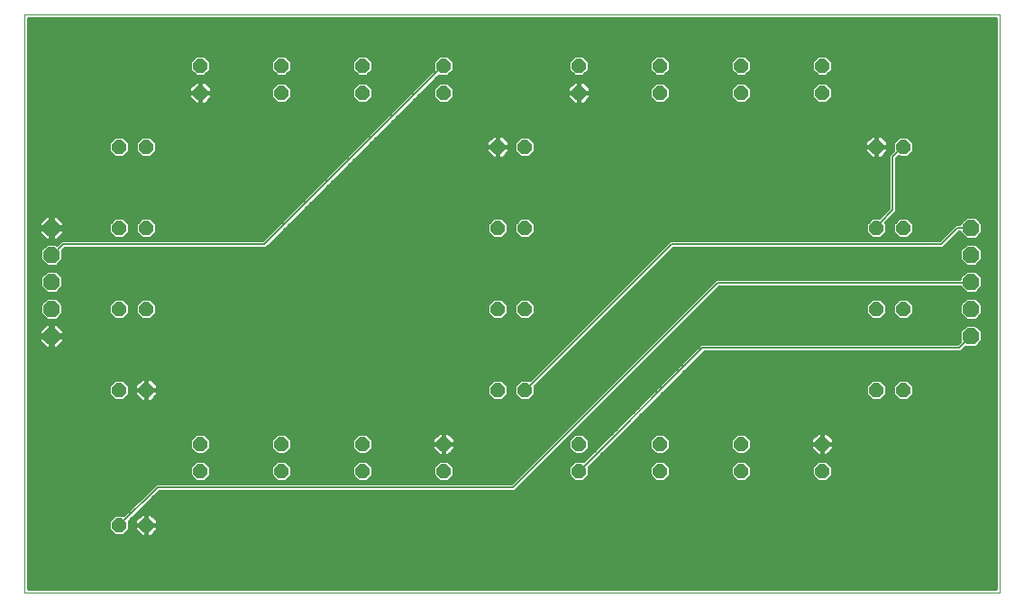
<source format=gbr>
%TF.GenerationSoftware,KiCad,Pcbnew,9.0.6*%
%TF.CreationDate,2025-12-15T20:52:37+09:00*%
%TF.ProjectId,__ __,1ca920c6-4c2e-46b6-9963-61645f706362,rev?*%
%TF.SameCoordinates,Original*%
%TF.FileFunction,Copper,L2,Bot*%
%TF.FilePolarity,Positive*%
%FSLAX46Y46*%
G04 Gerber Fmt 4.6, Leading zero omitted, Abs format (unit mm)*
G04 Created by KiCad (PCBNEW 9.0.6) date 2025-12-15 20:52:37*
%MOMM*%
%LPD*%
G01*
G04 APERTURE LIST*
%TA.AperFunction,NonConductor*%
%ADD10C,0.000000*%
%TD*%
%TA.AperFunction,Conductor*%
%ADD11C,0.000000*%
%TD*%
%TA.AperFunction,Conductor*%
%ADD12C,0.406400*%
%TD*%
%TA.AperFunction,Conductor*%
%ADD13C,0.152400*%
%TD*%
G04 APERTURE END LIST*
D10*
%TA.AperFunction,NonConductor*%
G36*
X9880600Y6953750D02*
G01*
X9880600Y6406650D01*
X9493750Y6019800D01*
X8946650Y6019800D01*
X8559800Y6406650D01*
X8559800Y6953750D01*
X8946650Y7340600D01*
X9493750Y7340600D01*
X9880600Y6953750D01*
G37*
%TD.AperFunction*%
%TA.AperFunction,NonConductor*%
G36*
X12420600Y6953750D02*
G01*
X12420600Y6406650D01*
X12033750Y6019800D01*
X11486650Y6019800D01*
X11099800Y6406650D01*
X11099800Y6953750D01*
X11486650Y7340600D01*
X12033750Y7340600D01*
X12420600Y6953750D01*
G37*
%TD.AperFunction*%
%TA.AperFunction,NonConductor*%
G36*
X17500600Y12033750D02*
G01*
X17500600Y11486650D01*
X17113750Y11099800D01*
X16566650Y11099800D01*
X16179800Y11486650D01*
X16179800Y12033750D01*
X16566650Y12420600D01*
X17113750Y12420600D01*
X17500600Y12033750D01*
G37*
%TD.AperFunction*%
%TA.AperFunction,NonConductor*%
G36*
X17500600Y14573750D02*
G01*
X17500600Y14026650D01*
X17113750Y13639800D01*
X16566650Y13639800D01*
X16179800Y14026650D01*
X16179800Y14573750D01*
X16566650Y14960600D01*
X17113750Y14960600D01*
X17500600Y14573750D01*
G37*
%TD.AperFunction*%
%TA.AperFunction,NonConductor*%
G36*
X25120600Y14573750D02*
G01*
X25120600Y14026650D01*
X24733750Y13639800D01*
X24186650Y13639800D01*
X23799800Y14026650D01*
X23799800Y14573750D01*
X24186650Y14960600D01*
X24733750Y14960600D01*
X25120600Y14573750D01*
G37*
%TD.AperFunction*%
%TA.AperFunction,NonConductor*%
G36*
X25120600Y12033750D02*
G01*
X25120600Y11486650D01*
X24733750Y11099800D01*
X24186650Y11099800D01*
X23799800Y11486650D01*
X23799800Y12033750D01*
X24186650Y12420600D01*
X24733750Y12420600D01*
X25120600Y12033750D01*
G37*
%TD.AperFunction*%
%TA.AperFunction,NonConductor*%
G36*
X32740600Y12033750D02*
G01*
X32740600Y11486650D01*
X32353750Y11099800D01*
X31806650Y11099800D01*
X31419800Y11486650D01*
X31419800Y12033750D01*
X31806650Y12420600D01*
X32353750Y12420600D01*
X32740600Y12033750D01*
G37*
%TD.AperFunction*%
%TA.AperFunction,NonConductor*%
G36*
X32740600Y14573750D02*
G01*
X32740600Y14026650D01*
X32353750Y13639800D01*
X31806650Y13639800D01*
X31419800Y14026650D01*
X31419800Y14573750D01*
X31806650Y14960600D01*
X32353750Y14960600D01*
X32740600Y14573750D01*
G37*
%TD.AperFunction*%
%TA.AperFunction,NonConductor*%
G36*
X40360600Y14573750D02*
G01*
X40360600Y14026650D01*
X39973750Y13639800D01*
X39426650Y13639800D01*
X39039800Y14026650D01*
X39039800Y14573750D01*
X39426650Y14960600D01*
X39973750Y14960600D01*
X40360600Y14573750D01*
G37*
%TD.AperFunction*%
%TA.AperFunction,NonConductor*%
G36*
X40360600Y12033750D02*
G01*
X40360600Y11486650D01*
X39973750Y11099800D01*
X39426650Y11099800D01*
X39039800Y11486650D01*
X39039800Y12033750D01*
X39426650Y12420600D01*
X39973750Y12420600D01*
X40360600Y12033750D01*
G37*
%TD.AperFunction*%
%TA.AperFunction,NonConductor*%
G36*
X53060600Y12033750D02*
G01*
X53060600Y11486650D01*
X52673750Y11099800D01*
X52126650Y11099800D01*
X51739800Y11486650D01*
X51739800Y12033750D01*
X52126650Y12420600D01*
X52673750Y12420600D01*
X53060600Y12033750D01*
G37*
%TD.AperFunction*%
%TA.AperFunction,NonConductor*%
G36*
X53060600Y14573750D02*
G01*
X53060600Y14026650D01*
X52673750Y13639800D01*
X52126650Y13639800D01*
X51739800Y14026650D01*
X51739800Y14573750D01*
X52126650Y14960600D01*
X52673750Y14960600D01*
X53060600Y14573750D01*
G37*
%TD.AperFunction*%
%TA.AperFunction,NonConductor*%
G36*
X47980600Y19653750D02*
G01*
X47980600Y19106650D01*
X47593750Y18719800D01*
X47046650Y18719800D01*
X46659800Y19106650D01*
X46659800Y19653750D01*
X47046650Y20040600D01*
X47593750Y20040600D01*
X47980600Y19653750D01*
G37*
%TD.AperFunction*%
%TA.AperFunction,NonConductor*%
G36*
X45440600Y19653750D02*
G01*
X45440600Y19106650D01*
X45053750Y18719800D01*
X44506650Y18719800D01*
X44119800Y19106650D01*
X44119800Y19653750D01*
X44506650Y20040600D01*
X45053750Y20040600D01*
X45440600Y19653750D01*
G37*
%TD.AperFunction*%
%TA.AperFunction,NonConductor*%
G36*
X45440600Y27273750D02*
G01*
X45440600Y26726650D01*
X45053750Y26339800D01*
X44506650Y26339800D01*
X44119800Y26726650D01*
X44119800Y27273750D01*
X44506650Y27660600D01*
X45053750Y27660600D01*
X45440600Y27273750D01*
G37*
%TD.AperFunction*%
%TA.AperFunction,NonConductor*%
G36*
X47980600Y27273750D02*
G01*
X47980600Y26726650D01*
X47593750Y26339800D01*
X47046650Y26339800D01*
X46659800Y26726650D01*
X46659800Y27273750D01*
X47046650Y27660600D01*
X47593750Y27660600D01*
X47980600Y27273750D01*
G37*
%TD.AperFunction*%
%TA.AperFunction,NonConductor*%
G36*
X47980600Y34893750D02*
G01*
X47980600Y34346650D01*
X47593750Y33959800D01*
X47046650Y33959800D01*
X46659800Y34346650D01*
X46659800Y34893750D01*
X47046650Y35280600D01*
X47593750Y35280600D01*
X47980600Y34893750D01*
G37*
%TD.AperFunction*%
%TA.AperFunction,NonConductor*%
G36*
X45440600Y34893750D02*
G01*
X45440600Y34346650D01*
X45053750Y33959800D01*
X44506650Y33959800D01*
X44119800Y34346650D01*
X44119800Y34893750D01*
X44506650Y35280600D01*
X45053750Y35280600D01*
X45440600Y34893750D01*
G37*
%TD.AperFunction*%
%TA.AperFunction,NonConductor*%
G36*
X45440600Y42513750D02*
G01*
X45440600Y41966650D01*
X45053750Y41579800D01*
X44506650Y41579800D01*
X44119800Y41966650D01*
X44119800Y42513750D01*
X44506650Y42900600D01*
X45053750Y42900600D01*
X45440600Y42513750D01*
G37*
%TD.AperFunction*%
%TA.AperFunction,NonConductor*%
G36*
X47980600Y42513750D02*
G01*
X47980600Y41966650D01*
X47593750Y41579800D01*
X47046650Y41579800D01*
X46659800Y41966650D01*
X46659800Y42513750D01*
X47046650Y42900600D01*
X47593750Y42900600D01*
X47980600Y42513750D01*
G37*
%TD.AperFunction*%
%TA.AperFunction,NonConductor*%
G36*
X53060600Y47593750D02*
G01*
X53060600Y47046650D01*
X52673750Y46659800D01*
X52126650Y46659800D01*
X51739800Y47046650D01*
X51739800Y47593750D01*
X52126650Y47980600D01*
X52673750Y47980600D01*
X53060600Y47593750D01*
G37*
%TD.AperFunction*%
%TA.AperFunction,NonConductor*%
G36*
X53060600Y50133750D02*
G01*
X53060600Y49586650D01*
X52673750Y49199800D01*
X52126650Y49199800D01*
X51739800Y49586650D01*
X51739800Y50133750D01*
X52126650Y50520600D01*
X52673750Y50520600D01*
X53060600Y50133750D01*
G37*
%TD.AperFunction*%
%TA.AperFunction,NonConductor*%
G36*
X60680600Y50133750D02*
G01*
X60680600Y49586650D01*
X60293750Y49199800D01*
X59746650Y49199800D01*
X59359800Y49586650D01*
X59359800Y50133750D01*
X59746650Y50520600D01*
X60293750Y50520600D01*
X60680600Y50133750D01*
G37*
%TD.AperFunction*%
%TA.AperFunction,NonConductor*%
G36*
X60680600Y47593750D02*
G01*
X60680600Y47046650D01*
X60293750Y46659800D01*
X59746650Y46659800D01*
X59359800Y47046650D01*
X59359800Y47593750D01*
X59746650Y47980600D01*
X60293750Y47980600D01*
X60680600Y47593750D01*
G37*
%TD.AperFunction*%
%TA.AperFunction,NonConductor*%
G36*
X68300600Y47593750D02*
G01*
X68300600Y47046650D01*
X67913750Y46659800D01*
X67366650Y46659800D01*
X66979800Y47046650D01*
X66979800Y47593750D01*
X67366650Y47980600D01*
X67913750Y47980600D01*
X68300600Y47593750D01*
G37*
%TD.AperFunction*%
%TA.AperFunction,NonConductor*%
G36*
X68300600Y50133750D02*
G01*
X68300600Y49586650D01*
X67913750Y49199800D01*
X67366650Y49199800D01*
X66979800Y49586650D01*
X66979800Y50133750D01*
X67366650Y50520600D01*
X67913750Y50520600D01*
X68300600Y50133750D01*
G37*
%TD.AperFunction*%
%TA.AperFunction,NonConductor*%
G36*
X75920600Y50133750D02*
G01*
X75920600Y49586650D01*
X75533750Y49199800D01*
X74986650Y49199800D01*
X74599800Y49586650D01*
X74599800Y50133750D01*
X74986650Y50520600D01*
X75533750Y50520600D01*
X75920600Y50133750D01*
G37*
%TD.AperFunction*%
%TA.AperFunction,NonConductor*%
G36*
X75920600Y47593750D02*
G01*
X75920600Y47046650D01*
X75533750Y46659800D01*
X74986650Y46659800D01*
X74599800Y47046650D01*
X74599800Y47593750D01*
X74986650Y47980600D01*
X75533750Y47980600D01*
X75920600Y47593750D01*
G37*
%TD.AperFunction*%
%TA.AperFunction,NonConductor*%
G36*
X81000600Y42513750D02*
G01*
X81000600Y41966650D01*
X80613750Y41579800D01*
X80066650Y41579800D01*
X79679800Y41966650D01*
X79679800Y42513750D01*
X80066650Y42900600D01*
X80613750Y42900600D01*
X81000600Y42513750D01*
G37*
%TD.AperFunction*%
%TA.AperFunction,NonConductor*%
G36*
X83540600Y42513750D02*
G01*
X83540600Y41966650D01*
X83153750Y41579800D01*
X82606650Y41579800D01*
X82219800Y41966650D01*
X82219800Y42513750D01*
X82606650Y42900600D01*
X83153750Y42900600D01*
X83540600Y42513750D01*
G37*
%TD.AperFunction*%
%TA.AperFunction,NonConductor*%
G36*
X83540600Y34893750D02*
G01*
X83540600Y34346650D01*
X83153750Y33959800D01*
X82606650Y33959800D01*
X82219800Y34346650D01*
X82219800Y34893750D01*
X82606650Y35280600D01*
X83153750Y35280600D01*
X83540600Y34893750D01*
G37*
%TD.AperFunction*%
%TA.AperFunction,NonConductor*%
G36*
X81000600Y34893750D02*
G01*
X81000600Y34346650D01*
X80613750Y33959800D01*
X80066650Y33959800D01*
X79679800Y34346650D01*
X79679800Y34893750D01*
X80066650Y35280600D01*
X80613750Y35280600D01*
X81000600Y34893750D01*
G37*
%TD.AperFunction*%
%TA.AperFunction,NonConductor*%
G36*
X81000600Y27273750D02*
G01*
X81000600Y26726650D01*
X80613750Y26339800D01*
X80066650Y26339800D01*
X79679800Y26726650D01*
X79679800Y27273750D01*
X80066650Y27660600D01*
X80613750Y27660600D01*
X81000600Y27273750D01*
G37*
%TD.AperFunction*%
%TA.AperFunction,NonConductor*%
G36*
X83540600Y27273750D02*
G01*
X83540600Y26726650D01*
X83153750Y26339800D01*
X82606650Y26339800D01*
X82219800Y26726650D01*
X82219800Y27273750D01*
X82606650Y27660600D01*
X83153750Y27660600D01*
X83540600Y27273750D01*
G37*
%TD.AperFunction*%
%TA.AperFunction,NonConductor*%
G36*
X83540600Y19653750D02*
G01*
X83540600Y19106650D01*
X83153750Y18719800D01*
X82606650Y18719800D01*
X82219800Y19106650D01*
X82219800Y19653750D01*
X82606650Y20040600D01*
X83153750Y20040600D01*
X83540600Y19653750D01*
G37*
%TD.AperFunction*%
%TA.AperFunction,NonConductor*%
G36*
X81000600Y19653750D02*
G01*
X81000600Y19106650D01*
X80613750Y18719800D01*
X80066650Y18719800D01*
X79679800Y19106650D01*
X79679800Y19653750D01*
X80066650Y20040600D01*
X80613750Y20040600D01*
X81000600Y19653750D01*
G37*
%TD.AperFunction*%
%TA.AperFunction,NonConductor*%
G36*
X75920600Y14573750D02*
G01*
X75920600Y14026650D01*
X75533750Y13639800D01*
X74986650Y13639800D01*
X74599800Y14026650D01*
X74599800Y14573750D01*
X74986650Y14960600D01*
X75533750Y14960600D01*
X75920600Y14573750D01*
G37*
%TD.AperFunction*%
%TA.AperFunction,NonConductor*%
G36*
X75920600Y12033750D02*
G01*
X75920600Y11486650D01*
X75533750Y11099800D01*
X74986650Y11099800D01*
X74599800Y11486650D01*
X74599800Y12033750D01*
X74986650Y12420600D01*
X75533750Y12420600D01*
X75920600Y12033750D01*
G37*
%TD.AperFunction*%
%TA.AperFunction,NonConductor*%
G36*
X68300600Y12033750D02*
G01*
X68300600Y11486650D01*
X67913750Y11099800D01*
X67366650Y11099800D01*
X66979800Y11486650D01*
X66979800Y12033750D01*
X67366650Y12420600D01*
X67913750Y12420600D01*
X68300600Y12033750D01*
G37*
%TD.AperFunction*%
%TA.AperFunction,NonConductor*%
G36*
X68300600Y14573750D02*
G01*
X68300600Y14026650D01*
X67913750Y13639800D01*
X67366650Y13639800D01*
X66979800Y14026650D01*
X66979800Y14573750D01*
X67366650Y14960600D01*
X67913750Y14960600D01*
X68300600Y14573750D01*
G37*
%TD.AperFunction*%
%TA.AperFunction,NonConductor*%
G36*
X60680600Y14573750D02*
G01*
X60680600Y14026650D01*
X60293750Y13639800D01*
X59746650Y13639800D01*
X59359800Y14026650D01*
X59359800Y14573750D01*
X59746650Y14960600D01*
X60293750Y14960600D01*
X60680600Y14573750D01*
G37*
%TD.AperFunction*%
%TA.AperFunction,NonConductor*%
G36*
X60680600Y12033750D02*
G01*
X60680600Y11486650D01*
X60293750Y11099800D01*
X59746650Y11099800D01*
X59359800Y11486650D01*
X59359800Y12033750D01*
X59746650Y12420600D01*
X60293750Y12420600D01*
X60680600Y12033750D01*
G37*
%TD.AperFunction*%
%TA.AperFunction,NonConductor*%
G36*
X12420600Y19653750D02*
G01*
X12420600Y19106650D01*
X12033750Y18719800D01*
X11486650Y18719800D01*
X11099800Y19106650D01*
X11099800Y19653750D01*
X11486650Y20040600D01*
X12033750Y20040600D01*
X12420600Y19653750D01*
G37*
%TD.AperFunction*%
%TA.AperFunction,NonConductor*%
G36*
X9880600Y19653750D02*
G01*
X9880600Y19106650D01*
X9493750Y18719800D01*
X8946650Y18719800D01*
X8559800Y19106650D01*
X8559800Y19653750D01*
X8946650Y20040600D01*
X9493750Y20040600D01*
X9880600Y19653750D01*
G37*
%TD.AperFunction*%
%TA.AperFunction,NonConductor*%
G36*
X9880600Y27273750D02*
G01*
X9880600Y26726650D01*
X9493750Y26339800D01*
X8946650Y26339800D01*
X8559800Y26726650D01*
X8559800Y27273750D01*
X8946650Y27660600D01*
X9493750Y27660600D01*
X9880600Y27273750D01*
G37*
%TD.AperFunction*%
%TA.AperFunction,NonConductor*%
G36*
X12420600Y27273750D02*
G01*
X12420600Y26726650D01*
X12033750Y26339800D01*
X11486650Y26339800D01*
X11099800Y26726650D01*
X11099800Y27273750D01*
X11486650Y27660600D01*
X12033750Y27660600D01*
X12420600Y27273750D01*
G37*
%TD.AperFunction*%
%TA.AperFunction,NonConductor*%
G36*
X12420600Y34893750D02*
G01*
X12420600Y34346650D01*
X12033750Y33959800D01*
X11486650Y33959800D01*
X11099800Y34346650D01*
X11099800Y34893750D01*
X11486650Y35280600D01*
X12033750Y35280600D01*
X12420600Y34893750D01*
G37*
%TD.AperFunction*%
%TA.AperFunction,NonConductor*%
G36*
X9880600Y34893750D02*
G01*
X9880600Y34346650D01*
X9493750Y33959800D01*
X8946650Y33959800D01*
X8559800Y34346650D01*
X8559800Y34893750D01*
X8946650Y35280600D01*
X9493750Y35280600D01*
X9880600Y34893750D01*
G37*
%TD.AperFunction*%
%TA.AperFunction,NonConductor*%
G36*
X9880600Y42513750D02*
G01*
X9880600Y41966650D01*
X9493750Y41579800D01*
X8946650Y41579800D01*
X8559800Y41966650D01*
X8559800Y42513750D01*
X8946650Y42900600D01*
X9493750Y42900600D01*
X9880600Y42513750D01*
G37*
%TD.AperFunction*%
%TA.AperFunction,NonConductor*%
G36*
X12420600Y42513750D02*
G01*
X12420600Y41966650D01*
X12033750Y41579800D01*
X11486650Y41579800D01*
X11099800Y41966650D01*
X11099800Y42513750D01*
X11486650Y42900600D01*
X12033750Y42900600D01*
X12420600Y42513750D01*
G37*
%TD.AperFunction*%
%TA.AperFunction,NonConductor*%
G36*
X17500600Y47593750D02*
G01*
X17500600Y47046650D01*
X17113750Y46659800D01*
X16566650Y46659800D01*
X16179800Y47046650D01*
X16179800Y47593750D01*
X16566650Y47980600D01*
X17113750Y47980600D01*
X17500600Y47593750D01*
G37*
%TD.AperFunction*%
%TA.AperFunction,NonConductor*%
G36*
X17500600Y50133750D02*
G01*
X17500600Y49586650D01*
X17113750Y49199800D01*
X16566650Y49199800D01*
X16179800Y49586650D01*
X16179800Y50133750D01*
X16566650Y50520600D01*
X17113750Y50520600D01*
X17500600Y50133750D01*
G37*
%TD.AperFunction*%
%TA.AperFunction,NonConductor*%
G36*
X25120600Y50133750D02*
G01*
X25120600Y49586650D01*
X24733750Y49199800D01*
X24186650Y49199800D01*
X23799800Y49586650D01*
X23799800Y50133750D01*
X24186650Y50520600D01*
X24733750Y50520600D01*
X25120600Y50133750D01*
G37*
%TD.AperFunction*%
%TA.AperFunction,NonConductor*%
G36*
X25120600Y47593750D02*
G01*
X25120600Y47046650D01*
X24733750Y46659800D01*
X24186650Y46659800D01*
X23799800Y47046650D01*
X23799800Y47593750D01*
X24186650Y47980600D01*
X24733750Y47980600D01*
X25120600Y47593750D01*
G37*
%TD.AperFunction*%
%TA.AperFunction,NonConductor*%
G36*
X32740600Y47593750D02*
G01*
X32740600Y47046650D01*
X32353750Y46659800D01*
X31806650Y46659800D01*
X31419800Y47046650D01*
X31419800Y47593750D01*
X31806650Y47980600D01*
X32353750Y47980600D01*
X32740600Y47593750D01*
G37*
%TD.AperFunction*%
%TA.AperFunction,NonConductor*%
G36*
X32740600Y50133750D02*
G01*
X32740600Y49586650D01*
X32353750Y49199800D01*
X31806650Y49199800D01*
X31419800Y49586650D01*
X31419800Y50133750D01*
X31806650Y50520600D01*
X32353750Y50520600D01*
X32740600Y50133750D01*
G37*
%TD.AperFunction*%
%TA.AperFunction,NonConductor*%
G36*
X40360600Y50133750D02*
G01*
X40360600Y49586650D01*
X39973750Y49199800D01*
X39426650Y49199800D01*
X39039800Y49586650D01*
X39039800Y50133750D01*
X39426650Y50520600D01*
X39973750Y50520600D01*
X40360600Y50133750D01*
G37*
%TD.AperFunction*%
%TA.AperFunction,NonConductor*%
G36*
X40360600Y47593750D02*
G01*
X40360600Y47046650D01*
X39973750Y46659800D01*
X39426650Y46659800D01*
X39039800Y47046650D01*
X39039800Y47593750D01*
X39426650Y47980600D01*
X39973750Y47980600D01*
X40360600Y47593750D01*
G37*
%TD.AperFunction*%
%TA.AperFunction,NonConductor*%
G36*
X3632200Y34935830D02*
G01*
X3632200Y34304570D01*
X3185830Y33858200D01*
X2554570Y33858200D01*
X2108200Y34304570D01*
X2108200Y34935830D01*
X2554570Y35382200D01*
X3185830Y35382200D01*
X3632200Y34935830D01*
G37*
%TD.AperFunction*%
%TA.AperFunction,NonConductor*%
G36*
X3632200Y32395830D02*
G01*
X3632200Y31764570D01*
X3185830Y31318200D01*
X2554570Y31318200D01*
X2108200Y31764570D01*
X2108200Y32395830D01*
X2554570Y32842200D01*
X3185830Y32842200D01*
X3632200Y32395830D01*
G37*
%TD.AperFunction*%
%TA.AperFunction,NonConductor*%
G36*
X3632200Y29855830D02*
G01*
X3632200Y29224570D01*
X3185830Y28778200D01*
X2554570Y28778200D01*
X2108200Y29224570D01*
X2108200Y29855830D01*
X2554570Y30302200D01*
X3185830Y30302200D01*
X3632200Y29855830D01*
G37*
%TD.AperFunction*%
%TA.AperFunction,NonConductor*%
G36*
X3632200Y27315830D02*
G01*
X3632200Y26684570D01*
X3185830Y26238200D01*
X2554570Y26238200D01*
X2108200Y26684570D01*
X2108200Y27315830D01*
X2554570Y27762200D01*
X3185830Y27762200D01*
X3632200Y27315830D01*
G37*
%TD.AperFunction*%
%TA.AperFunction,NonConductor*%
G36*
X3632200Y24775830D02*
G01*
X3632200Y24144570D01*
X3185830Y23698200D01*
X2554570Y23698200D01*
X2108200Y24144570D01*
X2108200Y24775830D01*
X2554570Y25222200D01*
X3185830Y25222200D01*
X3632200Y24775830D01*
G37*
%TD.AperFunction*%
%TA.AperFunction,NonConductor*%
G36*
X89992200Y24775830D02*
G01*
X89992200Y24144570D01*
X89545830Y23698200D01*
X88914570Y23698200D01*
X88468200Y24144570D01*
X88468200Y24775830D01*
X88914570Y25222200D01*
X89545830Y25222200D01*
X89992200Y24775830D01*
G37*
%TD.AperFunction*%
%TA.AperFunction,NonConductor*%
G36*
X89992200Y27315830D02*
G01*
X89992200Y26684570D01*
X89545830Y26238200D01*
X88914570Y26238200D01*
X88468200Y26684570D01*
X88468200Y27315830D01*
X88914570Y27762200D01*
X89545830Y27762200D01*
X89992200Y27315830D01*
G37*
%TD.AperFunction*%
%TA.AperFunction,NonConductor*%
G36*
X89992200Y29855830D02*
G01*
X89992200Y29224570D01*
X89545830Y28778200D01*
X88914570Y28778200D01*
X88468200Y29224570D01*
X88468200Y29855830D01*
X88914570Y30302200D01*
X89545830Y30302200D01*
X89992200Y29855830D01*
G37*
%TD.AperFunction*%
%TA.AperFunction,NonConductor*%
G36*
X89992200Y32395830D02*
G01*
X89992200Y31764570D01*
X89545830Y31318200D01*
X88914570Y31318200D01*
X88468200Y31764570D01*
X88468200Y32395830D01*
X88914570Y32842200D01*
X89545830Y32842200D01*
X89992200Y32395830D01*
G37*
%TD.AperFunction*%
%TA.AperFunction,NonConductor*%
G36*
X89992200Y34935830D02*
G01*
X89992200Y34304570D01*
X89545830Y33858200D01*
X88914570Y33858200D01*
X88468200Y34304570D01*
X88468200Y34935830D01*
X88914570Y35382200D01*
X89545830Y35382200D01*
X89992200Y34935830D01*
G37*
%TD.AperFunction*%
D11*
%TO.N,*%
X330200Y330200D02*
X330200Y54676290D01*
X330200Y54676290D02*
X91948250Y54676290D01*
X91948250Y54676290D02*
X91948250Y330200D01*
X91948250Y330200D02*
X330200Y330200D01*
D12*
X90347800Y34436050D02*
X91491050Y34436050D01*
X91491050Y34841940D02*
X90347800Y34841940D01*
X90347800Y35083240D02*
X89693240Y35737800D01*
X89693240Y35737800D02*
X88767160Y35737800D01*
X88767160Y35737800D02*
X88112600Y35083240D01*
X88112600Y35083240D02*
X88112600Y35052000D01*
X88112600Y35052000D02*
X87781380Y35052000D01*
X87781380Y35052000D02*
X87528400Y34799020D01*
X87528400Y34799020D02*
X86257380Y33528000D01*
X86257380Y33528000D02*
X60958980Y33528000D01*
X60958980Y33528000D02*
X60706000Y33275020D01*
X60706000Y33275020D02*
X47784000Y20353020D01*
X47784000Y20353020D02*
X47741080Y20396200D01*
X47741080Y20396200D02*
X46899320Y20396200D01*
X46899320Y20396200D02*
X46304200Y19801080D01*
X46304200Y19801080D02*
X46304200Y18959320D01*
X46304200Y18959320D02*
X46899320Y18364200D01*
X46899320Y18364200D02*
X47741080Y18364200D01*
X47741080Y18364200D02*
X48336200Y18959320D01*
X48336200Y18959320D02*
X48336200Y19683980D01*
X48336200Y19683980D02*
X61316620Y32664400D01*
X61316620Y32664400D02*
X86615020Y32664400D01*
X86615020Y32664400D02*
X88112600Y34161980D01*
X88112600Y34161980D02*
X88112600Y34157160D01*
X88112600Y34157160D02*
X88767160Y33502600D01*
X88767160Y33502600D02*
X89693240Y33502600D01*
X89693240Y33502600D02*
X90347800Y34157160D01*
X90347800Y34157160D02*
X90347800Y35083240D01*
X90182950Y35248090D02*
X91491050Y35248090D01*
X91491050Y35653980D02*
X89776810Y35653980D01*
X88683590Y35653980D02*
X81832450Y35653980D01*
X82043020Y35864800D02*
X81287620Y35109400D01*
X81287620Y35109400D02*
X81356200Y35041080D01*
X81356200Y35041080D02*
X81356200Y34199320D01*
X81356200Y34199320D02*
X80761080Y33604200D01*
X80761080Y33604200D02*
X79919320Y33604200D01*
X79919320Y33604200D02*
X79324200Y34199320D01*
X79324200Y34199320D02*
X79324200Y35041080D01*
X79324200Y35041080D02*
X79919320Y35636200D01*
X79919320Y35636200D02*
X80593180Y35636200D01*
X80593180Y35636200D02*
X81432400Y36475420D01*
X81432400Y36475420D02*
X81432400Y41504620D01*
X81432400Y41504620D02*
X81864200Y41936420D01*
X81864200Y41936420D02*
X81864200Y42661080D01*
X81864200Y42661080D02*
X82459320Y43256200D01*
X82459320Y43256200D02*
X83301080Y43256200D01*
X83301080Y43256200D02*
X83896200Y42661080D01*
X83896200Y42661080D02*
X83896200Y41819320D01*
X83896200Y41819320D02*
X83301080Y41224200D01*
X83301080Y41224200D02*
X82459320Y41224200D01*
X82459320Y41224200D02*
X82416400Y41267380D01*
X82416400Y41267380D02*
X82296000Y41146980D01*
X82296000Y41146980D02*
X82296000Y36117780D01*
X82296000Y36117780D02*
X82043020Y35864800D01*
X82238340Y36060130D02*
X91491050Y36060130D01*
X91491050Y36466270D02*
X82296000Y36466270D01*
X82296000Y36872160D02*
X91491050Y36872160D01*
X91491050Y37278310D02*
X82296000Y37278310D01*
X82296000Y37684200D02*
X91491050Y37684200D01*
X91491050Y38090350D02*
X82296000Y38090350D01*
X82296000Y38496240D02*
X91491050Y38496240D01*
X91491050Y38902390D02*
X82296000Y38902390D01*
X82296000Y39308280D02*
X91491050Y39308280D01*
X91491050Y39714420D02*
X82296000Y39714420D01*
X82296000Y40120320D02*
X91491050Y40120320D01*
X91491050Y40526460D02*
X82296000Y40526460D01*
X82296000Y40932350D02*
X91491050Y40932350D01*
X91491050Y41338500D02*
X83415120Y41338500D01*
X83821270Y41744390D02*
X91491050Y41744390D01*
X91491050Y42150540D02*
X83896200Y42150540D01*
X83896200Y42556430D02*
X91491050Y42556430D01*
X91491050Y42962580D02*
X83594700Y42962580D01*
X82165700Y42962580D02*
X81198470Y42962580D01*
X81457800Y42703240D02*
X80803240Y43357800D01*
X80803240Y43357800D02*
X80340200Y43357800D01*
X80340200Y43357800D02*
X80340200Y42240200D01*
X80340200Y42240200D02*
X81457800Y42240200D01*
X81457800Y42240200D02*
X81457800Y42703240D01*
X81457800Y42556430D02*
X81864200Y42556430D01*
X81864200Y42150540D02*
X81457800Y42150540D01*
X81457800Y42240200D02*
X80340200Y42240200D01*
X80340200Y42240200D02*
X80340200Y42240200D01*
X80340200Y42240200D02*
X80340200Y42240200D01*
X80340200Y42240200D02*
X80340200Y41122600D01*
X80340200Y41122600D02*
X80803240Y41122600D01*
X80803240Y41122600D02*
X81457800Y41777160D01*
X81457800Y41777160D02*
X81457800Y42240200D01*
X81425030Y41744390D02*
X81672180Y41744390D01*
X81432400Y41338500D02*
X81018890Y41338500D01*
X81432400Y40932350D02*
X31332170Y40932350D01*
X30926280Y40526460D02*
X81432400Y40526460D01*
X81432400Y40120320D02*
X30520130Y40120320D01*
X30114240Y39714420D02*
X81432400Y39714420D01*
X81432400Y39308280D02*
X29708090Y39308280D01*
X29302200Y38902390D02*
X81432400Y38902390D01*
X81432400Y38496240D02*
X28896060Y38496240D01*
X28490160Y38090350D02*
X81432400Y38090350D01*
X81432400Y37684200D02*
X28084020Y37684200D01*
X27678130Y37278310D02*
X81432400Y37278310D01*
X81432400Y36872160D02*
X27271980Y36872160D01*
X26866090Y36466270D02*
X81423000Y36466270D01*
X81017110Y36060130D02*
X26459940Y36060130D01*
X26054050Y35653980D02*
X80610960Y35653980D01*
X81426300Y35248090D02*
X82071210Y35248090D01*
X81864200Y35041080D02*
X82459320Y35636200D01*
X82459320Y35636200D02*
X83301080Y35636200D01*
X83301080Y35636200D02*
X83896200Y35041080D01*
X83896200Y35041080D02*
X83896200Y34199320D01*
X83896200Y34199320D02*
X83301080Y33604200D01*
X83301080Y33604200D02*
X82459320Y33604200D01*
X82459320Y33604200D02*
X81864200Y34199320D01*
X81864200Y34199320D02*
X81864200Y35041080D01*
X81864200Y34841940D02*
X81356200Y34841940D01*
X81356200Y34436050D02*
X81864200Y34436050D01*
X82033620Y34029900D02*
X81186780Y34029900D01*
X80780890Y33624010D02*
X82439510Y33624010D01*
X83320890Y33624010D02*
X86353400Y33624010D01*
X86759290Y34029900D02*
X83726780Y34029900D01*
X83896200Y34436050D02*
X87165430Y34436050D01*
X87571330Y34841940D02*
X83896200Y34841940D01*
X83689190Y35248090D02*
X88277450Y35248090D01*
X88239850Y34029900D02*
X87980770Y34029900D01*
X87574630Y33624010D02*
X88646000Y33624010D01*
X88767160Y33197800D02*
X88112600Y32543240D01*
X88112600Y32543240D02*
X88112600Y31617160D01*
X88112600Y31617160D02*
X88767160Y30962600D01*
X88767160Y30962600D02*
X89693240Y30962600D01*
X89693240Y30962600D02*
X90347800Y31617160D01*
X90347800Y31617160D02*
X90347800Y32543240D01*
X90347800Y32543240D02*
X89693240Y33197800D01*
X89693240Y33197800D02*
X88767160Y33197800D01*
X88381330Y32811970D02*
X86762590Y32811970D01*
X87168740Y33217870D02*
X91491050Y33217870D01*
X91491050Y32811970D02*
X90079070Y32811970D01*
X90347800Y32405830D02*
X91491050Y32405830D01*
X91491050Y31999940D02*
X90347800Y31999940D01*
X90324430Y31593790D02*
X91491050Y31593790D01*
X91491050Y31187900D02*
X89918290Y31187900D01*
X89693240Y30657800D02*
X88767160Y30657800D01*
X88767160Y30657800D02*
X88112600Y30003240D01*
X88112600Y30003240D02*
X88112600Y29870400D01*
X88112600Y29870400D02*
X65226180Y29870400D01*
X65226180Y29870400D02*
X64973200Y29617420D01*
X64973200Y29617420D02*
X46023780Y10668000D01*
X46023780Y10668000D02*
X12648180Y10668000D01*
X12648180Y10668000D02*
X12395200Y10415020D01*
X12395200Y10415020D02*
X9658600Y7678420D01*
X9658600Y7678420D02*
X9641080Y7696200D01*
X9641080Y7696200D02*
X8799320Y7696200D01*
X8799320Y7696200D02*
X8204200Y7101080D01*
X8204200Y7101080D02*
X8204200Y6259320D01*
X8204200Y6259320D02*
X8799320Y5664200D01*
X8799320Y5664200D02*
X9641080Y5664200D01*
X9641080Y5664200D02*
X10236200Y6259320D01*
X10236200Y6259320D02*
X10236200Y7034780D01*
X10236200Y7034780D02*
X13005820Y9804400D01*
X13005820Y9804400D02*
X46381420Y9804400D01*
X46381420Y9804400D02*
X65583820Y29006800D01*
X65583820Y29006800D02*
X88182960Y29006800D01*
X88182960Y29006800D02*
X88767160Y28422600D01*
X88767160Y28422600D02*
X89693240Y28422600D01*
X89693240Y28422600D02*
X90347800Y29077160D01*
X90347800Y29077160D02*
X90347800Y30003240D01*
X90347800Y30003240D02*
X89693240Y30657800D01*
X89975180Y30375860D02*
X91491050Y30375860D01*
X91491050Y30781750D02*
X59434220Y30781750D01*
X59840110Y31187900D02*
X88542110Y31187900D01*
X88135970Y31593790D02*
X60246260Y31593790D01*
X60652150Y31999940D02*
X88112600Y31999940D01*
X88112600Y32405830D02*
X61058300Y32405830D01*
X60242960Y32811970D02*
X23211790Y32811970D01*
X23317200Y32917380D02*
X39261800Y48861980D01*
X39261800Y48861980D02*
X39279320Y48844200D01*
X39279320Y48844200D02*
X40121080Y48844200D01*
X40121080Y48844200D02*
X40716200Y49439320D01*
X40716200Y49439320D02*
X40716200Y50281080D01*
X40716200Y50281080D02*
X40121080Y50876200D01*
X40121080Y50876200D02*
X39279320Y50876200D01*
X39279320Y50876200D02*
X38684200Y50281080D01*
X38684200Y50281080D02*
X38684200Y49505620D01*
X38684200Y49505620D02*
X22706580Y33528000D01*
X22706580Y33528000D02*
X3808980Y33528000D01*
X3808980Y33528000D02*
X3405890Y33124900D01*
X3405890Y33124900D02*
X3333240Y33197800D01*
X3333240Y33197800D02*
X2407160Y33197800D01*
X2407160Y33197800D02*
X1752600Y32543240D01*
X1752600Y32543240D02*
X1752600Y31617160D01*
X1752600Y31617160D02*
X2407160Y30962600D01*
X2407160Y30962600D02*
X3333240Y30962600D01*
X3333240Y30962600D02*
X3987800Y31617160D01*
X3987800Y31617160D02*
X3987800Y32485580D01*
X3987800Y32485580D02*
X4166620Y32664400D01*
X4166620Y32664400D02*
X23064220Y32664400D01*
X23064220Y32664400D02*
X23317200Y32917380D01*
X23617940Y33217870D02*
X60648850Y33217870D01*
X59836810Y32405830D02*
X3987800Y32405830D01*
X3987800Y31999940D02*
X59430920Y31999940D01*
X59024770Y31593790D02*
X3964430Y31593790D01*
X3558290Y31187900D02*
X58618880Y31187900D01*
X58212740Y30781750D02*
X787400Y30781750D01*
X787400Y30375860D02*
X2125220Y30375860D01*
X2407160Y30657800D02*
X1752600Y30003240D01*
X1752600Y30003240D02*
X1752600Y29077160D01*
X1752600Y29077160D02*
X2407160Y28422600D01*
X2407160Y28422600D02*
X3333240Y28422600D01*
X3333240Y28422600D02*
X3987800Y29077160D01*
X3987800Y29077160D02*
X3987800Y30003240D01*
X3987800Y30003240D02*
X3333240Y30657800D01*
X3333240Y30657800D02*
X2407160Y30657800D01*
X2182110Y31187900D02*
X787400Y31187900D01*
X787400Y31593790D02*
X1775970Y31593790D01*
X1752600Y31999940D02*
X787400Y31999940D01*
X787400Y32405830D02*
X1752600Y32405830D01*
X2021330Y32811970D02*
X787400Y32811970D01*
X787400Y33217870D02*
X3498850Y33217870D01*
X3375150Y33401000D02*
X4089400Y34115250D01*
X4089400Y34115250D02*
X4089400Y34569400D01*
X4089400Y34569400D02*
X2921000Y34569400D01*
X2921000Y34569400D02*
X2921000Y34671000D01*
X2921000Y34671000D02*
X4089400Y34671000D01*
X4089400Y34671000D02*
X4089400Y35125150D01*
X4089400Y35125150D02*
X3375150Y35839400D01*
X3375150Y35839400D02*
X2921000Y35839400D01*
X2921000Y35839400D02*
X2921000Y34671000D01*
X2921000Y34671000D02*
X2819400Y34671000D01*
X2819400Y34671000D02*
X2819400Y35839400D01*
X2819400Y35839400D02*
X2365250Y35839400D01*
X2365250Y35839400D02*
X1651000Y35125150D01*
X1651000Y35125150D02*
X1651000Y34671000D01*
X1651000Y34671000D02*
X2819400Y34671000D01*
X2819400Y34671000D02*
X2819400Y34569400D01*
X2819400Y34569400D02*
X2921000Y34569400D01*
X2921000Y34569400D02*
X2921000Y33401000D01*
X2921000Y33401000D02*
X3375150Y33401000D01*
X3598160Y33624010D02*
X8779510Y33624010D01*
X8799320Y33604200D02*
X9641080Y33604200D01*
X9641080Y33604200D02*
X10236200Y34199320D01*
X10236200Y34199320D02*
X10236200Y35041080D01*
X10236200Y35041080D02*
X9641080Y35636200D01*
X9641080Y35636200D02*
X8799320Y35636200D01*
X8799320Y35636200D02*
X8204200Y35041080D01*
X8204200Y35041080D02*
X8204200Y34199320D01*
X8204200Y34199320D02*
X8799320Y33604200D01*
X8373620Y34029900D02*
X4004310Y34029900D01*
X4089400Y34436050D02*
X8204200Y34436050D01*
X8204200Y34841940D02*
X4089400Y34841940D01*
X3966460Y35248090D02*
X8411210Y35248090D01*
X10029190Y35248090D02*
X10951210Y35248090D01*
X10744200Y35041080D02*
X10744200Y34199320D01*
X10744200Y34199320D02*
X11339320Y33604200D01*
X11339320Y33604200D02*
X12181080Y33604200D01*
X12181080Y33604200D02*
X12776200Y34199320D01*
X12776200Y34199320D02*
X12776200Y35041080D01*
X12776200Y35041080D02*
X12181080Y35636200D01*
X12181080Y35636200D02*
X11339320Y35636200D01*
X11339320Y35636200D02*
X10744200Y35041080D01*
X10744200Y34841940D02*
X10236200Y34841940D01*
X10236200Y34436050D02*
X10744200Y34436050D01*
X10913620Y34029900D02*
X10066780Y34029900D01*
X9660890Y33624010D02*
X11319510Y33624010D01*
X12200890Y33624010D02*
X22802600Y33624010D01*
X23208490Y34029900D02*
X12606780Y34029900D01*
X12776200Y34436050D02*
X23614630Y34436050D01*
X24020530Y34841940D02*
X12776200Y34841940D01*
X12569190Y35248090D02*
X24426670Y35248090D01*
X24832560Y35653980D02*
X3560570Y35653980D01*
X2921000Y35653980D02*
X2819400Y35653980D01*
X2819400Y35248090D02*
X2921000Y35248090D01*
X2921000Y34841940D02*
X2819400Y34841940D01*
X2819400Y34569400D02*
X1651000Y34569400D01*
X1651000Y34569400D02*
X1651000Y34115250D01*
X1651000Y34115250D02*
X2365250Y33401000D01*
X2365250Y33401000D02*
X2819400Y33401000D01*
X2819400Y33401000D02*
X2819400Y34569400D01*
X2819400Y34436050D02*
X2921000Y34436050D01*
X2921000Y34029900D02*
X2819400Y34029900D01*
X2819400Y33624010D02*
X2921000Y33624010D01*
X2142240Y33624010D02*
X787400Y33624010D01*
X787400Y34029900D02*
X1736090Y34029900D01*
X1651000Y34436050D02*
X787400Y34436050D01*
X787400Y34841940D02*
X1651000Y34841940D01*
X1773940Y35248090D02*
X787400Y35248090D01*
X787400Y35653980D02*
X2179830Y35653980D01*
X787400Y36060130D02*
X25238710Y36060130D01*
X25644600Y36466270D02*
X787400Y36466270D01*
X787400Y36872160D02*
X26050750Y36872160D01*
X26456640Y37278310D02*
X787400Y37278310D01*
X787400Y37684200D02*
X26862790Y37684200D01*
X27268680Y38090350D02*
X787400Y38090350D01*
X787400Y38496240D02*
X27674820Y38496240D01*
X28080720Y38902390D02*
X787400Y38902390D01*
X787400Y39308280D02*
X28486860Y39308280D01*
X28892750Y39714420D02*
X787400Y39714420D01*
X787400Y40120320D02*
X29298900Y40120320D01*
X29704790Y40526460D02*
X787400Y40526460D01*
X787400Y40932350D02*
X30110940Y40932350D01*
X30516830Y41338500D02*
X12295120Y41338500D01*
X12181080Y41224200D02*
X12776200Y41819320D01*
X12776200Y41819320D02*
X12776200Y42661080D01*
X12776200Y42661080D02*
X12181080Y43256200D01*
X12181080Y43256200D02*
X11339320Y43256200D01*
X11339320Y43256200D02*
X10744200Y42661080D01*
X10744200Y42661080D02*
X10744200Y41819320D01*
X10744200Y41819320D02*
X11339320Y41224200D01*
X11339320Y41224200D02*
X12181080Y41224200D01*
X12701270Y41744390D02*
X30922980Y41744390D01*
X31329120Y42150540D02*
X12776200Y42150540D01*
X12776200Y42556430D02*
X31735010Y42556430D01*
X32141160Y42962580D02*
X12474700Y42962580D01*
X11045700Y42962580D02*
X9934700Y42962580D01*
X9641080Y43256200D02*
X8799320Y43256200D01*
X8799320Y43256200D02*
X8204200Y42661080D01*
X8204200Y42661080D02*
X8204200Y41819320D01*
X8204200Y41819320D02*
X8799320Y41224200D01*
X8799320Y41224200D02*
X9641080Y41224200D01*
X9641080Y41224200D02*
X10236200Y41819320D01*
X10236200Y41819320D02*
X10236200Y42661080D01*
X10236200Y42661080D02*
X9641080Y43256200D01*
X10236200Y42556430D02*
X10744200Y42556430D01*
X10744200Y42150540D02*
X10236200Y42150540D01*
X10161270Y41744390D02*
X10819130Y41744390D01*
X11225280Y41338500D02*
X9755120Y41338500D01*
X8685280Y41338500D02*
X787400Y41338500D01*
X787400Y41744390D02*
X8279130Y41744390D01*
X8204200Y42150540D02*
X787400Y42150540D01*
X787400Y42556430D02*
X8204200Y42556430D01*
X8505700Y42962580D02*
X787400Y42962580D01*
X787400Y43368470D02*
X32547050Y43368470D01*
X32953200Y43774610D02*
X787400Y43774610D01*
X787400Y44180510D02*
X33359090Y44180510D01*
X33765240Y44586650D02*
X787400Y44586650D01*
X787400Y44992540D02*
X34171130Y44992540D01*
X34577270Y45398690D02*
X787400Y45398690D01*
X787400Y45804580D02*
X34983170Y45804580D01*
X35389310Y46210730D02*
X17311120Y46210730D01*
X17303240Y46202600D02*
X17957800Y46857160D01*
X17957800Y46857160D02*
X17957800Y47320200D01*
X17957800Y47320200D02*
X17957800Y47783240D01*
X17957800Y47783240D02*
X17303240Y48437800D01*
X17303240Y48437800D02*
X16840200Y48437800D01*
X16840200Y48437800D02*
X16840200Y47320200D01*
X16840200Y47320200D02*
X16840200Y47320200D01*
X16840200Y47320200D02*
X17957800Y47320200D01*
X17957800Y47320200D02*
X16840200Y47320200D01*
X16840200Y47320200D02*
X16840200Y47320200D01*
X16840200Y47320200D02*
X16840200Y47320200D01*
X16840200Y47320200D02*
X15722600Y47320200D01*
X15722600Y47320200D02*
X15722600Y47783240D01*
X15722600Y47783240D02*
X16377160Y48437800D01*
X16377160Y48437800D02*
X16840200Y48437800D01*
X16840200Y48437800D02*
X16840200Y47320200D01*
X16840200Y47320200D02*
X16840200Y46202600D01*
X16840200Y46202600D02*
X17303240Y46202600D01*
X16840200Y46202600D02*
X16840200Y47320200D01*
X16840200Y47320200D02*
X16840200Y47320200D01*
X16840200Y47320200D02*
X15722600Y47320200D01*
X15722600Y47320200D02*
X15722600Y46857160D01*
X15722600Y46857160D02*
X16377160Y46202600D01*
X16377160Y46202600D02*
X16840200Y46202600D01*
X16840200Y46210730D02*
X16840200Y46210730D01*
X16840200Y46616620D02*
X16840200Y46616620D01*
X16840200Y47022770D02*
X16840200Y47022770D01*
X16840200Y47428660D02*
X16840200Y47428660D01*
X16840200Y47834800D02*
X16840200Y47834800D01*
X16840200Y48240700D02*
X16840200Y48240700D01*
X17500090Y48240700D02*
X23943820Y48240700D01*
X24039320Y48336200D02*
X23444200Y47741080D01*
X23444200Y47741080D02*
X23444200Y46899320D01*
X23444200Y46899320D02*
X24039320Y46304200D01*
X24039320Y46304200D02*
X24881080Y46304200D01*
X24881080Y46304200D02*
X25476200Y46899320D01*
X25476200Y46899320D02*
X25476200Y47741080D01*
X25476200Y47741080D02*
X24881080Y48336200D01*
X24881080Y48336200D02*
X24039320Y48336200D01*
X24039320Y48844200D02*
X24881080Y48844200D01*
X24881080Y48844200D02*
X25476200Y49439320D01*
X25476200Y49439320D02*
X25476200Y50281080D01*
X25476200Y50281080D02*
X24881080Y50876200D01*
X24881080Y50876200D02*
X24039320Y50876200D01*
X24039320Y50876200D02*
X23444200Y50281080D01*
X23444200Y50281080D02*
X23444200Y49439320D01*
X23444200Y49439320D02*
X24039320Y48844200D01*
X23830790Y49052730D02*
X17469610Y49052730D01*
X17261080Y48844200D02*
X16419320Y48844200D01*
X16419320Y48844200D02*
X15824200Y49439320D01*
X15824200Y49439320D02*
X15824200Y50281080D01*
X15824200Y50281080D02*
X16419320Y50876200D01*
X16419320Y50876200D02*
X17261080Y50876200D01*
X17261080Y50876200D02*
X17856200Y50281080D01*
X17856200Y50281080D02*
X17856200Y49439320D01*
X17856200Y49439320D02*
X17261080Y48844200D01*
X16210790Y49052730D02*
X787400Y49052730D01*
X787400Y48646840D02*
X37825430Y48646840D01*
X38231320Y49052730D02*
X32709610Y49052730D01*
X32501080Y48844200D02*
X31659320Y48844200D01*
X31659320Y48844200D02*
X31064200Y49439320D01*
X31064200Y49439320D02*
X31064200Y50281080D01*
X31064200Y50281080D02*
X31659320Y50876200D01*
X31659320Y50876200D02*
X32501080Y50876200D01*
X32501080Y50876200D02*
X33096200Y50281080D01*
X33096200Y50281080D02*
X33096200Y49439320D01*
X33096200Y49439320D02*
X32501080Y48844200D01*
X32501080Y48336200D02*
X31659320Y48336200D01*
X31659320Y48336200D02*
X31064200Y47741080D01*
X31064200Y47741080D02*
X31064200Y46899320D01*
X31064200Y46899320D02*
X31659320Y46304200D01*
X31659320Y46304200D02*
X32501080Y46304200D01*
X32501080Y46304200D02*
X33096200Y46899320D01*
X33096200Y46899320D02*
X33096200Y47741080D01*
X33096200Y47741080D02*
X32501080Y48336200D01*
X32596330Y48240700D02*
X37419280Y48240700D01*
X37013390Y47834800D02*
X33002470Y47834800D01*
X33096200Y47428660D02*
X36607240Y47428660D01*
X36201350Y47022770D02*
X33096200Y47022770D01*
X32813500Y46616620D02*
X35795200Y46616620D01*
X36204400Y45804580D02*
X91491050Y45804580D01*
X91491050Y45398690D02*
X35798510Y45398690D01*
X35392360Y44992540D02*
X91491050Y44992540D01*
X91491050Y44586650D02*
X34986470Y44586650D01*
X34580320Y44180510D02*
X91491050Y44180510D01*
X91491050Y43774610D02*
X34174430Y43774610D01*
X33768280Y43368470D02*
X91491050Y43368470D01*
X91491050Y46210730D02*
X52871120Y46210730D01*
X52863240Y46202600D02*
X53517800Y46857160D01*
X53517800Y46857160D02*
X53517800Y47320200D01*
X53517800Y47320200D02*
X53517800Y47783240D01*
X53517800Y47783240D02*
X52863240Y48437800D01*
X52863240Y48437800D02*
X52400200Y48437800D01*
X52400200Y48437800D02*
X52400200Y47320200D01*
X52400200Y47320200D02*
X52400200Y47320200D01*
X52400200Y47320200D02*
X53517800Y47320200D01*
X53517800Y47320200D02*
X52400200Y47320200D01*
X52400200Y47320200D02*
X52400200Y47320200D01*
X52400200Y47320200D02*
X52400200Y47320200D01*
X52400200Y47320200D02*
X51282600Y47320200D01*
X51282600Y47320200D02*
X51282600Y47783240D01*
X51282600Y47783240D02*
X51937160Y48437800D01*
X51937160Y48437800D02*
X52400200Y48437800D01*
X52400200Y48437800D02*
X52400200Y47320200D01*
X52400200Y47320200D02*
X52400200Y46202600D01*
X52400200Y46202600D02*
X52863240Y46202600D01*
X52400200Y46202600D02*
X52400200Y47320200D01*
X52400200Y47320200D02*
X52400200Y47320200D01*
X52400200Y47320200D02*
X51282600Y47320200D01*
X51282600Y47320200D02*
X51282600Y46857160D01*
X51282600Y46857160D02*
X51937160Y46202600D01*
X51937160Y46202600D02*
X52400200Y46202600D01*
X52400200Y46210730D02*
X52400200Y46210730D01*
X52400200Y46616620D02*
X52400200Y46616620D01*
X52400200Y47022770D02*
X52400200Y47022770D01*
X52400200Y47428660D02*
X52400200Y47428660D01*
X52400200Y47834800D02*
X52400200Y47834800D01*
X52400200Y48240700D02*
X52400200Y48240700D01*
X53060090Y48240700D02*
X59503820Y48240700D01*
X59599320Y48336200D02*
X59004200Y47741080D01*
X59004200Y47741080D02*
X59004200Y46899320D01*
X59004200Y46899320D02*
X59599320Y46304200D01*
X59599320Y46304200D02*
X60441080Y46304200D01*
X60441080Y46304200D02*
X61036200Y46899320D01*
X61036200Y46899320D02*
X61036200Y47741080D01*
X61036200Y47741080D02*
X60441080Y48336200D01*
X60441080Y48336200D02*
X59599320Y48336200D01*
X59599320Y48844200D02*
X60441080Y48844200D01*
X60441080Y48844200D02*
X61036200Y49439320D01*
X61036200Y49439320D02*
X61036200Y50281080D01*
X61036200Y50281080D02*
X60441080Y50876200D01*
X60441080Y50876200D02*
X59599320Y50876200D01*
X59599320Y50876200D02*
X59004200Y50281080D01*
X59004200Y50281080D02*
X59004200Y49439320D01*
X59004200Y49439320D02*
X59599320Y48844200D01*
X59390790Y49052730D02*
X53029610Y49052730D01*
X52821080Y48844200D02*
X51979320Y48844200D01*
X51979320Y48844200D02*
X51384200Y49439320D01*
X51384200Y49439320D02*
X51384200Y50281080D01*
X51384200Y50281080D02*
X51979320Y50876200D01*
X51979320Y50876200D02*
X52821080Y50876200D01*
X52821080Y50876200D02*
X53416200Y50281080D01*
X53416200Y50281080D02*
X53416200Y49439320D01*
X53416200Y49439320D02*
X52821080Y48844200D01*
X51770790Y49052730D02*
X40329610Y49052730D01*
X40716200Y49458880D02*
X51384200Y49458880D01*
X51384200Y49864770D02*
X40716200Y49864770D01*
X40716200Y50270920D02*
X51384200Y50270920D01*
X51780190Y50676810D02*
X40320210Y50676810D01*
X39080190Y50676810D02*
X32700210Y50676810D01*
X33096200Y50270920D02*
X38684200Y50270920D01*
X38684200Y49864770D02*
X33096200Y49864770D01*
X33096200Y49458880D02*
X38637460Y49458880D01*
X39046660Y48646840D02*
X91491050Y48646840D01*
X91491050Y49052730D02*
X75889610Y49052730D01*
X75681080Y48844200D02*
X74839320Y48844200D01*
X74839320Y48844200D02*
X74244200Y49439320D01*
X74244200Y49439320D02*
X74244200Y50281080D01*
X74244200Y50281080D02*
X74839320Y50876200D01*
X74839320Y50876200D02*
X75681080Y50876200D01*
X75681080Y50876200D02*
X76276200Y50281080D01*
X76276200Y50281080D02*
X76276200Y49439320D01*
X76276200Y49439320D02*
X75681080Y48844200D01*
X75681080Y48336200D02*
X74839320Y48336200D01*
X74839320Y48336200D02*
X74244200Y47741080D01*
X74244200Y47741080D02*
X74244200Y46899320D01*
X74244200Y46899320D02*
X74839320Y46304200D01*
X74839320Y46304200D02*
X75681080Y46304200D01*
X75681080Y46304200D02*
X76276200Y46899320D01*
X76276200Y46899320D02*
X76276200Y47741080D01*
X76276200Y47741080D02*
X75681080Y48336200D01*
X75776330Y48240700D02*
X91491050Y48240700D01*
X91491050Y47834800D02*
X76182470Y47834800D01*
X76276200Y47428660D02*
X91491050Y47428660D01*
X91491050Y47022770D02*
X76276200Y47022770D01*
X75993500Y46616620D02*
X91491050Y46616620D01*
X91491050Y49458880D02*
X76276200Y49458880D01*
X76276200Y49864770D02*
X91491050Y49864770D01*
X91491050Y50270920D02*
X76276200Y50270920D01*
X75880210Y50676810D02*
X91491050Y50676810D01*
X91491050Y51082960D02*
X787400Y51082960D01*
X787400Y51488850D02*
X91491050Y51488850D01*
X91491050Y51894990D02*
X787400Y51894990D01*
X787400Y52300890D02*
X91491050Y52300890D01*
X91491050Y52707030D02*
X787400Y52707030D01*
X787400Y53112920D02*
X91491050Y53112920D01*
X91491050Y53519070D02*
X787400Y53519070D01*
X787400Y53924960D02*
X91491050Y53924960D01*
X91491050Y54219090D02*
X787400Y54219090D01*
X787400Y54219090D02*
X787400Y787400D01*
X787400Y787400D02*
X91491050Y787400D01*
X91491050Y787400D02*
X91491050Y54219090D01*
X74743820Y48240700D02*
X68156330Y48240700D01*
X68061080Y48336200D02*
X67219320Y48336200D01*
X67219320Y48336200D02*
X66624200Y47741080D01*
X66624200Y47741080D02*
X66624200Y46899320D01*
X66624200Y46899320D02*
X67219320Y46304200D01*
X67219320Y46304200D02*
X68061080Y46304200D01*
X68061080Y46304200D02*
X68656200Y46899320D01*
X68656200Y46899320D02*
X68656200Y47741080D01*
X68656200Y47741080D02*
X68061080Y48336200D01*
X68061080Y48844200D02*
X67219320Y48844200D01*
X67219320Y48844200D02*
X66624200Y49439320D01*
X66624200Y49439320D02*
X66624200Y50281080D01*
X66624200Y50281080D02*
X67219320Y50876200D01*
X67219320Y50876200D02*
X68061080Y50876200D01*
X68061080Y50876200D02*
X68656200Y50281080D01*
X68656200Y50281080D02*
X68656200Y49439320D01*
X68656200Y49439320D02*
X68061080Y48844200D01*
X68269610Y49052730D02*
X74630790Y49052730D01*
X74244200Y49458880D02*
X68656200Y49458880D01*
X68656200Y49864770D02*
X74244200Y49864770D01*
X74244200Y50270920D02*
X68656200Y50270920D01*
X68260210Y50676810D02*
X74640190Y50676810D01*
X74337930Y47834800D02*
X68562470Y47834800D01*
X68656200Y47428660D02*
X74244200Y47428660D01*
X74244200Y47022770D02*
X68656200Y47022770D01*
X68373500Y46616620D02*
X74526900Y46616620D01*
X79222600Y42703240D02*
X79877160Y43357800D01*
X79877160Y43357800D02*
X80340200Y43357800D01*
X80340200Y43357800D02*
X80340200Y42240200D01*
X80340200Y42240200D02*
X80340200Y42240200D01*
X80340200Y42240200D02*
X80340200Y42240200D01*
X80340200Y42240200D02*
X79222600Y42240200D01*
X79222600Y42240200D02*
X79222600Y42703240D01*
X79222600Y42556430D02*
X48336200Y42556430D01*
X48336200Y42661080D02*
X47741080Y43256200D01*
X47741080Y43256200D02*
X46899320Y43256200D01*
X46899320Y43256200D02*
X46304200Y42661080D01*
X46304200Y42661080D02*
X46304200Y41819320D01*
X46304200Y41819320D02*
X46899320Y41224200D01*
X46899320Y41224200D02*
X47741080Y41224200D01*
X47741080Y41224200D02*
X48336200Y41819320D01*
X48336200Y41819320D02*
X48336200Y42661080D01*
X48034700Y42962580D02*
X79481930Y42962580D01*
X80340200Y42962580D02*
X80340200Y42962580D01*
X80340200Y42556430D02*
X80340200Y42556430D01*
X80340200Y42240200D02*
X79222600Y42240200D01*
X79222600Y42240200D02*
X79222600Y41777160D01*
X79222600Y41777160D02*
X79877160Y41122600D01*
X79877160Y41122600D02*
X80340200Y41122600D01*
X80340200Y41122600D02*
X80340200Y42240200D01*
X80340200Y42150540D02*
X80340200Y42150540D01*
X80340200Y41744390D02*
X80340200Y41744390D01*
X80340200Y41338500D02*
X80340200Y41338500D01*
X79661510Y41338500D02*
X47855120Y41338500D01*
X48261270Y41744390D02*
X79255370Y41744390D01*
X79222600Y42150540D02*
X48336200Y42150540D01*
X46785280Y41338500D02*
X45458890Y41338500D01*
X45243240Y41122600D02*
X44780200Y41122600D01*
X44780200Y41122600D02*
X44780200Y42240200D01*
X44780200Y42240200D02*
X45897800Y42240200D01*
X45897800Y42240200D02*
X45897800Y42703240D01*
X45897800Y42703240D02*
X45243240Y43357800D01*
X45243240Y43357800D02*
X44780200Y43357800D01*
X44780200Y43357800D02*
X44780200Y42240200D01*
X44780200Y42240200D02*
X44780200Y42240200D01*
X44780200Y42240200D02*
X44780200Y42240200D01*
X44780200Y42240200D02*
X45897800Y42240200D01*
X45897800Y42240200D02*
X45897800Y41777160D01*
X45897800Y41777160D02*
X45243240Y41122600D01*
X44780200Y41122600D02*
X44780200Y42240200D01*
X44780200Y42240200D02*
X44780200Y42240200D01*
X44780200Y42240200D02*
X44780200Y42240200D01*
X44780200Y42240200D02*
X43662600Y42240200D01*
X43662600Y42240200D02*
X43662600Y42703240D01*
X43662600Y42703240D02*
X44317160Y43357800D01*
X44317160Y43357800D02*
X44780200Y43357800D01*
X44780200Y43357800D02*
X44780200Y42240200D01*
X44780200Y42240200D02*
X43662600Y42240200D01*
X43662600Y42240200D02*
X43662600Y41777160D01*
X43662600Y41777160D02*
X44317160Y41122600D01*
X44317160Y41122600D02*
X44780200Y41122600D01*
X44780200Y41338500D02*
X44780200Y41338500D01*
X44780200Y41744390D02*
X44780200Y41744390D01*
X44780200Y42150540D02*
X44780200Y42150540D01*
X44780200Y42556430D02*
X44780200Y42556430D01*
X44780200Y42962580D02*
X44780200Y42962580D01*
X45638470Y42962580D02*
X46605700Y42962580D01*
X46304200Y42556430D02*
X45897800Y42556430D01*
X45897800Y42150540D02*
X46304200Y42150540D01*
X46379130Y41744390D02*
X45865030Y41744390D01*
X44101510Y41338500D02*
X31738320Y41338500D01*
X32144210Y41744390D02*
X43695370Y41744390D01*
X43662600Y42150540D02*
X32550350Y42150540D01*
X32956250Y42556430D02*
X43662600Y42556430D01*
X43921930Y42962580D02*
X33362390Y42962580D01*
X31346900Y46616620D02*
X25193500Y46616620D01*
X25476200Y47022770D02*
X31064200Y47022770D01*
X31064200Y47428660D02*
X25476200Y47428660D01*
X25382470Y47834800D02*
X31157930Y47834800D01*
X31563820Y48240700D02*
X24976330Y48240700D01*
X25089610Y49052730D02*
X31450790Y49052730D01*
X31064200Y49458880D02*
X25476200Y49458880D01*
X25476200Y49864770D02*
X31064200Y49864770D01*
X31064200Y50270920D02*
X25476200Y50270920D01*
X25080210Y50676810D02*
X31460190Y50676810D01*
X37422580Y47022770D02*
X38684200Y47022770D01*
X38684200Y46899320D02*
X39279320Y46304200D01*
X39279320Y46304200D02*
X40121080Y46304200D01*
X40121080Y46304200D02*
X40716200Y46899320D01*
X40716200Y46899320D02*
X40716200Y47741080D01*
X40716200Y47741080D02*
X40121080Y48336200D01*
X40121080Y48336200D02*
X39279320Y48336200D01*
X39279320Y48336200D02*
X38684200Y47741080D01*
X38684200Y47741080D02*
X38684200Y46899320D01*
X38966900Y46616620D02*
X37016440Y46616620D01*
X36610540Y46210730D02*
X51929280Y46210730D01*
X51523140Y46616620D02*
X40433500Y46616620D01*
X40716200Y47022770D02*
X51282600Y47022770D01*
X51282600Y47428660D02*
X40716200Y47428660D01*
X40622470Y47834800D02*
X51334160Y47834800D01*
X51740310Y48240700D02*
X40216330Y48240700D01*
X39183820Y48240700D02*
X38640510Y48240700D01*
X38777930Y47834800D02*
X38234620Y47834800D01*
X37828470Y47428660D02*
X38684200Y47428660D01*
X53277260Y46616620D02*
X59286900Y46616620D01*
X59004200Y47022770D02*
X53517800Y47022770D01*
X53517800Y47428660D02*
X59004200Y47428660D01*
X59097930Y47834800D02*
X53466240Y47834800D01*
X53416200Y49458880D02*
X59004200Y49458880D01*
X59004200Y49864770D02*
X53416200Y49864770D01*
X53416200Y50270920D02*
X59004200Y50270920D01*
X59400190Y50676810D02*
X53020210Y50676810D01*
X60640210Y50676810D02*
X67020190Y50676810D01*
X66624200Y50270920D02*
X61036200Y50270920D01*
X61036200Y49864770D02*
X66624200Y49864770D01*
X66624200Y49458880D02*
X61036200Y49458880D01*
X60649610Y49052730D02*
X67010790Y49052730D01*
X67123820Y48240700D02*
X60536330Y48240700D01*
X60942470Y47834800D02*
X66717930Y47834800D01*
X66624200Y47428660D02*
X61036200Y47428660D01*
X61036200Y47022770D02*
X66624200Y47022770D01*
X66906900Y46616620D02*
X60753500Y46616620D01*
X48336200Y35041080D02*
X47741080Y35636200D01*
X47741080Y35636200D02*
X46899320Y35636200D01*
X46899320Y35636200D02*
X46304200Y35041080D01*
X46304200Y35041080D02*
X46304200Y34199320D01*
X46304200Y34199320D02*
X46899320Y33604200D01*
X46899320Y33604200D02*
X47741080Y33604200D01*
X47741080Y33604200D02*
X48336200Y34199320D01*
X48336200Y34199320D02*
X48336200Y35041080D01*
X48336200Y34841940D02*
X79324200Y34841940D01*
X79324200Y34436050D02*
X48336200Y34436050D01*
X48166780Y34029900D02*
X79493620Y34029900D01*
X79899510Y33624010D02*
X47760890Y33624010D01*
X46879510Y33624010D02*
X45220890Y33624010D01*
X45201080Y33604200D02*
X45796200Y34199320D01*
X45796200Y34199320D02*
X45796200Y35041080D01*
X45796200Y35041080D02*
X45201080Y35636200D01*
X45201080Y35636200D02*
X44359320Y35636200D01*
X44359320Y35636200D02*
X43764200Y35041080D01*
X43764200Y35041080D02*
X43764200Y34199320D01*
X43764200Y34199320D02*
X44359320Y33604200D01*
X44359320Y33604200D02*
X45201080Y33604200D01*
X45626780Y34029900D02*
X46473620Y34029900D01*
X46304200Y34436050D02*
X45796200Y34436050D01*
X45796200Y34841940D02*
X46304200Y34841940D01*
X46511210Y35248090D02*
X45589190Y35248090D01*
X43971210Y35248090D02*
X25647900Y35248090D01*
X25242010Y34841940D02*
X43764200Y34841940D01*
X43764200Y34436050D02*
X24835870Y34436050D01*
X24429970Y34029900D02*
X43933620Y34029900D01*
X44339510Y33624010D02*
X24023830Y33624010D01*
X12776200Y27421080D02*
X12776200Y26579320D01*
X12776200Y26579320D02*
X12181080Y25984200D01*
X12181080Y25984200D02*
X11339320Y25984200D01*
X11339320Y25984200D02*
X10744200Y26579320D01*
X10744200Y26579320D02*
X10744200Y27421080D01*
X10744200Y27421080D02*
X11339320Y28016200D01*
X11339320Y28016200D02*
X12181080Y28016200D01*
X12181080Y28016200D02*
X12776200Y27421080D01*
X12663680Y27533600D02*
X43876720Y27533600D01*
X43764200Y27421080D02*
X43764200Y26579320D01*
X43764200Y26579320D02*
X44359320Y25984200D01*
X44359320Y25984200D02*
X45201080Y25984200D01*
X45201080Y25984200D02*
X45796200Y26579320D01*
X45796200Y26579320D02*
X45796200Y27421080D01*
X45796200Y27421080D02*
X45201080Y28016200D01*
X45201080Y28016200D02*
X44359320Y28016200D01*
X44359320Y28016200D02*
X43764200Y27421080D01*
X43764200Y27127710D02*
X12776200Y27127710D01*
X12776200Y26721560D02*
X43764200Y26721560D01*
X44027850Y26315670D02*
X12512550Y26315670D01*
X11007850Y26315670D02*
X9972550Y26315670D01*
X10236200Y26579320D02*
X9641080Y25984200D01*
X9641080Y25984200D02*
X8799320Y25984200D01*
X8799320Y25984200D02*
X8204200Y26579320D01*
X8204200Y26579320D02*
X8204200Y27421080D01*
X8204200Y27421080D02*
X8799320Y28016200D01*
X8799320Y28016200D02*
X9641080Y28016200D01*
X9641080Y28016200D02*
X10236200Y27421080D01*
X10236200Y27421080D02*
X10236200Y26579320D01*
X10236200Y26721560D02*
X10744200Y26721560D01*
X10744200Y27127710D02*
X10236200Y27127710D01*
X10123680Y27533600D02*
X10856720Y27533600D01*
X11262870Y27939750D02*
X9717530Y27939750D01*
X8722870Y27939750D02*
X3511300Y27939750D01*
X3333240Y28117800D02*
X2407160Y28117800D01*
X2407160Y28117800D02*
X1752600Y27463240D01*
X1752600Y27463240D02*
X1752600Y26537160D01*
X1752600Y26537160D02*
X2407160Y25882600D01*
X2407160Y25882600D02*
X3333240Y25882600D01*
X3333240Y25882600D02*
X3987800Y26537160D01*
X3987800Y26537160D02*
X3987800Y27463240D01*
X3987800Y27463240D02*
X3333240Y28117800D01*
X3662170Y28751780D02*
X56182770Y28751780D01*
X56588660Y29157680D02*
X3987800Y29157680D01*
X3987800Y29563820D02*
X56994810Y29563820D01*
X57400700Y29969710D02*
X3987800Y29969710D01*
X3615180Y30375860D02*
X57806840Y30375860D01*
X58621930Y29969710D02*
X88112600Y29969710D01*
X88485220Y30375860D02*
X59028080Y30375860D01*
X58216040Y29563820D02*
X64919610Y29563820D01*
X64513460Y29157680D02*
X57809890Y29157680D01*
X57404000Y28751780D02*
X64107570Y28751780D01*
X63701420Y28345640D02*
X56997850Y28345640D01*
X56591960Y27939750D02*
X63295530Y27939750D01*
X62889380Y27533600D02*
X56185820Y27533600D01*
X55779920Y27127710D02*
X62483490Y27127710D01*
X62077350Y26721560D02*
X55373780Y26721560D01*
X54967890Y26315670D02*
X61671450Y26315670D01*
X61265310Y25909520D02*
X54561740Y25909520D01*
X54155850Y25503630D02*
X60859420Y25503630D01*
X60453270Y25097490D02*
X53749700Y25097490D01*
X53343810Y24691590D02*
X60047380Y24691590D01*
X59641230Y24285450D02*
X52937660Y24285450D01*
X52531770Y23879560D02*
X59235090Y23879560D01*
X58829190Y23473410D02*
X52125630Y23473410D01*
X51719730Y23067520D02*
X58423050Y23067520D01*
X58017160Y22661370D02*
X51313590Y22661370D01*
X50907700Y22255480D02*
X57611010Y22255480D01*
X57205120Y21849330D02*
X50501550Y21849330D01*
X50095660Y21443440D02*
X56798970Y21443440D01*
X56393080Y21037300D02*
X49689510Y21037300D01*
X49283620Y20631400D02*
X55986930Y20631400D01*
X55581040Y20225260D02*
X48877470Y20225260D01*
X48471580Y19819370D02*
X55174900Y19819370D01*
X54769000Y19413220D02*
X48336200Y19413220D01*
X48336200Y19007330D02*
X54362860Y19007330D01*
X53956970Y18601180D02*
X47978060Y18601180D01*
X46662340Y18601180D02*
X45438060Y18601180D01*
X45201080Y18364200D02*
X45796200Y18959320D01*
X45796200Y18959320D02*
X45796200Y19801080D01*
X45796200Y19801080D02*
X45201080Y20396200D01*
X45201080Y20396200D02*
X44359320Y20396200D01*
X44359320Y20396200D02*
X43764200Y19801080D01*
X43764200Y19801080D02*
X43764200Y18959320D01*
X43764200Y18959320D02*
X44359320Y18364200D01*
X44359320Y18364200D02*
X45201080Y18364200D01*
X45796200Y19007330D02*
X46304200Y19007330D01*
X46304200Y19413220D02*
X45796200Y19413220D01*
X45777910Y19819370D02*
X46322490Y19819370D01*
X46728380Y20225260D02*
X45372020Y20225260D01*
X44188380Y20225260D02*
X12495530Y20225260D01*
X12223240Y20497800D02*
X12877800Y19843240D01*
X12877800Y19843240D02*
X12877800Y19380200D01*
X12877800Y19380200D02*
X11760200Y19380200D01*
X11760200Y19380200D02*
X11760200Y19380200D01*
X11760200Y19380200D02*
X11760200Y19380200D01*
X11760200Y19380200D02*
X11760200Y20497800D01*
X11760200Y20497800D02*
X12223240Y20497800D01*
X11760200Y20497800D02*
X11297160Y20497800D01*
X11297160Y20497800D02*
X10642600Y19843240D01*
X10642600Y19843240D02*
X10642600Y19380200D01*
X10642600Y19380200D02*
X11760200Y19380200D01*
X11760200Y19380200D02*
X12877800Y19380200D01*
X12877800Y19380200D02*
X12877800Y18917160D01*
X12877800Y18917160D02*
X12223240Y18262600D01*
X12223240Y18262600D02*
X11760200Y18262600D01*
X11760200Y18262600D02*
X11760200Y19380200D01*
X11760200Y19380200D02*
X11760200Y19380200D01*
X11760200Y19380200D02*
X11760200Y19380200D01*
X11760200Y19380200D02*
X11760200Y20497800D01*
X11760200Y20225260D02*
X11760200Y20225260D01*
X11760200Y19819370D02*
X11760200Y19819370D01*
X11760200Y19413220D02*
X11760200Y19413220D01*
X11760200Y19380200D02*
X10642600Y19380200D01*
X10642600Y19380200D02*
X10642600Y18917160D01*
X10642600Y18917160D02*
X11297160Y18262600D01*
X11297160Y18262600D02*
X11760200Y18262600D01*
X11760200Y18262600D02*
X11760200Y19380200D01*
X11760200Y19007330D02*
X11760200Y19007330D01*
X11760200Y18601180D02*
X11760200Y18601180D01*
X12561820Y18601180D02*
X44122340Y18601180D01*
X43764200Y19007330D02*
X12877800Y19007330D01*
X12877800Y19413220D02*
X43764200Y19413220D01*
X43782490Y19819370D02*
X12877800Y19819370D01*
X11024870Y20225260D02*
X9812020Y20225260D01*
X9641080Y20396200D02*
X8799320Y20396200D01*
X8799320Y20396200D02*
X8204200Y19801080D01*
X8204200Y19801080D02*
X8204200Y18959320D01*
X8204200Y18959320D02*
X8799320Y18364200D01*
X8799320Y18364200D02*
X9641080Y18364200D01*
X9641080Y18364200D02*
X10236200Y18959320D01*
X10236200Y18959320D02*
X10236200Y19801080D01*
X10236200Y19801080D02*
X9641080Y20396200D01*
X10217910Y19819370D02*
X10642600Y19819370D01*
X10642600Y19413220D02*
X10236200Y19413220D01*
X10236200Y19007330D02*
X10642600Y19007330D01*
X10958580Y18601180D02*
X9878060Y18601180D01*
X8562340Y18601180D02*
X787400Y18601180D01*
X787400Y18195040D02*
X53550820Y18195040D01*
X53144930Y17789140D02*
X787400Y17789140D01*
X787400Y17383000D02*
X52738780Y17383000D01*
X52332890Y16977110D02*
X787400Y16977110D01*
X787400Y16570960D02*
X51926740Y16570960D01*
X51520850Y16165070D02*
X787400Y16165070D01*
X787400Y15758920D02*
X51114710Y15758920D01*
X50708810Y15353030D02*
X40228010Y15353030D01*
X40163240Y15417800D02*
X39700200Y15417800D01*
X39700200Y15417800D02*
X39700200Y14300200D01*
X39700200Y14300200D02*
X39700200Y14300200D01*
X39700200Y14300200D02*
X40817800Y14300200D01*
X40817800Y14300200D02*
X40817800Y14763240D01*
X40817800Y14763240D02*
X40163240Y15417800D01*
X39700200Y15417800D02*
X39237160Y15417800D01*
X39237160Y15417800D02*
X38582600Y14763240D01*
X38582600Y14763240D02*
X38582600Y14300200D01*
X38582600Y14300200D02*
X39700200Y14300200D01*
X39700200Y14300200D02*
X39700200Y14300200D01*
X39700200Y14300200D02*
X39700200Y14300200D01*
X39700200Y14300200D02*
X39700200Y15417800D01*
X39700200Y15353030D02*
X39700200Y15353030D01*
X39700200Y14946880D02*
X39700200Y14946880D01*
X39700200Y14540990D02*
X39700200Y14540990D01*
X39700200Y14300200D02*
X38582600Y14300200D01*
X38582600Y14300200D02*
X38582600Y13837160D01*
X38582600Y13837160D02*
X39237160Y13182600D01*
X39237160Y13182600D02*
X39700200Y13182600D01*
X39700200Y13182600D02*
X40163240Y13182600D01*
X40163240Y13182600D02*
X40817800Y13837160D01*
X40817800Y13837160D02*
X40817800Y14300200D01*
X40817800Y14300200D02*
X39700200Y14300200D01*
X39700200Y14300200D02*
X39700200Y13182600D01*
X39700200Y13182600D02*
X39700200Y14300200D01*
X39700200Y14300200D02*
X39700200Y14300200D01*
X39700200Y14134850D02*
X39700200Y14134850D01*
X39700200Y13728950D02*
X39700200Y13728950D01*
X39700200Y13322810D02*
X39700200Y13322810D01*
X40303450Y13322810D02*
X48678590Y13322810D01*
X48272700Y12916920D02*
X787400Y12916920D01*
X787400Y13322810D02*
X16380710Y13322810D01*
X16419320Y13284200D02*
X17261080Y13284200D01*
X17261080Y13284200D02*
X17856200Y13879320D01*
X17856200Y13879320D02*
X17856200Y14721080D01*
X17856200Y14721080D02*
X17261080Y15316200D01*
X17261080Y15316200D02*
X16419320Y15316200D01*
X16419320Y15316200D02*
X15824200Y14721080D01*
X15824200Y14721080D02*
X15824200Y13879320D01*
X15824200Y13879320D02*
X16419320Y13284200D01*
X16419320Y12776200D02*
X15824200Y12181080D01*
X15824200Y12181080D02*
X15824200Y11339320D01*
X15824200Y11339320D02*
X16419320Y10744200D01*
X16419320Y10744200D02*
X17261080Y10744200D01*
X17261080Y10744200D02*
X17856200Y11339320D01*
X17856200Y11339320D02*
X17856200Y12181080D01*
X17856200Y12181080D02*
X17261080Y12776200D01*
X17261080Y12776200D02*
X16419320Y12776200D01*
X16153890Y12510770D02*
X787400Y12510770D01*
X787400Y12104880D02*
X15824200Y12104880D01*
X15824200Y11698730D02*
X787400Y11698730D01*
X787400Y11292840D02*
X15870680Y11292840D01*
X16276830Y10886690D02*
X787400Y10886690D01*
X787400Y10480800D02*
X12460990Y10480800D01*
X12054840Y10074660D02*
X787400Y10074660D01*
X787400Y9668760D02*
X11648950Y9668760D01*
X11242800Y9262620D02*
X787400Y9262620D01*
X787400Y8856730D02*
X10836910Y8856730D01*
X10430760Y8450580D02*
X787400Y8450580D01*
X787400Y8044690D02*
X10024870Y8044690D01*
X10434070Y7232650D02*
X10732010Y7232650D01*
X10642600Y7143240D02*
X10642600Y6680200D01*
X10642600Y6680200D02*
X11760200Y6680200D01*
X11760200Y6680200D02*
X12877800Y6680200D01*
X12877800Y6680200D02*
X12877800Y7143240D01*
X12877800Y7143240D02*
X12223240Y7797800D01*
X12223240Y7797800D02*
X11760200Y7797800D01*
X11760200Y7797800D02*
X11760200Y6680200D01*
X11760200Y6680200D02*
X11760200Y6680200D01*
X11760200Y6680200D02*
X11760200Y6680200D01*
X11760200Y6680200D02*
X12877800Y6680200D01*
X12877800Y6680200D02*
X12877800Y6217160D01*
X12877800Y6217160D02*
X12223240Y5562600D01*
X12223240Y5562600D02*
X11760200Y5562600D01*
X11760200Y5562600D02*
X11760200Y6680200D01*
X11760200Y6680200D02*
X11760200Y6680200D01*
X11760200Y6680200D02*
X11760200Y6680200D01*
X11760200Y6680200D02*
X11760200Y7797800D01*
X11760200Y7797800D02*
X11297160Y7797800D01*
X11297160Y7797800D02*
X10642600Y7143240D01*
X10642600Y6826500D02*
X10236200Y6826500D01*
X10236200Y6420610D02*
X10642600Y6420610D01*
X10642600Y6217160D02*
X11297160Y5562600D01*
X11297160Y5562600D02*
X11760200Y5562600D01*
X11760200Y5562600D02*
X11760200Y6680200D01*
X11760200Y6680200D02*
X10642600Y6680200D01*
X10642600Y6680200D02*
X10642600Y6217160D01*
X10845290Y6014470D02*
X9991340Y6014470D01*
X8449060Y6014470D02*
X787400Y6014470D01*
X787400Y5608570D02*
X11251440Y5608570D01*
X11760200Y5608570D02*
X11760200Y5608570D01*
X11760200Y6014470D02*
X11760200Y6014470D01*
X11760200Y6420610D02*
X11760200Y6420610D01*
X11760200Y6826500D02*
X11760200Y6826500D01*
X11760200Y7232650D02*
X11760200Y7232650D01*
X11760200Y7638540D02*
X11760200Y7638540D01*
X12382250Y7638540D02*
X91491050Y7638540D01*
X91491050Y7232650D02*
X12788390Y7232650D01*
X12877800Y6826500D02*
X91491050Y6826500D01*
X91491050Y6420610D02*
X12877800Y6420610D01*
X12675110Y6014470D02*
X91491050Y6014470D01*
X91491050Y5608570D02*
X12268960Y5608570D01*
X11138150Y7638540D02*
X10839960Y7638540D01*
X11246100Y8044690D02*
X91491050Y8044690D01*
X91491050Y8450580D02*
X11652000Y8450580D01*
X12058140Y8856730D02*
X91491050Y8856730D01*
X91491050Y9262620D02*
X12464030Y9262620D01*
X12870180Y9668760D02*
X91491050Y9668760D01*
X91491050Y10074660D02*
X46651670Y10074660D01*
X47057820Y10480800D02*
X91491050Y10480800D01*
X91491050Y10886690D02*
X75823570Y10886690D01*
X75681080Y10744200D02*
X76276200Y11339320D01*
X76276200Y11339320D02*
X76276200Y12181080D01*
X76276200Y12181080D02*
X75681080Y12776200D01*
X75681080Y12776200D02*
X74839320Y12776200D01*
X74839320Y12776200D02*
X74244200Y12181080D01*
X74244200Y12181080D02*
X74244200Y11339320D01*
X74244200Y11339320D02*
X74839320Y10744200D01*
X74839320Y10744200D02*
X75681080Y10744200D01*
X76229720Y11292840D02*
X91491050Y11292840D01*
X91491050Y11698730D02*
X76276200Y11698730D01*
X76276200Y12104880D02*
X91491050Y12104880D01*
X91491050Y12510770D02*
X75946250Y12510770D01*
X75723240Y13182600D02*
X75260200Y13182600D01*
X75260200Y13182600D02*
X75260200Y14300200D01*
X75260200Y14300200D02*
X75260200Y14300200D01*
X75260200Y14300200D02*
X75260200Y15417800D01*
X75260200Y15417800D02*
X75723240Y15417800D01*
X75723240Y15417800D02*
X76377800Y14763240D01*
X76377800Y14763240D02*
X76377800Y14300200D01*
X76377800Y14300200D02*
X75260200Y14300200D01*
X75260200Y14300200D02*
X75260200Y14300200D01*
X75260200Y14300200D02*
X75260200Y14300200D01*
X75260200Y14300200D02*
X74142600Y14300200D01*
X74142600Y14300200D02*
X74142600Y14763240D01*
X74142600Y14763240D02*
X74797160Y15417800D01*
X74797160Y15417800D02*
X75260200Y15417800D01*
X75260200Y15417800D02*
X75260200Y14300200D01*
X75260200Y14300200D02*
X76377800Y14300200D01*
X76377800Y14300200D02*
X76377800Y13837160D01*
X76377800Y13837160D02*
X75723240Y13182600D01*
X75863450Y13322810D02*
X91491050Y13322810D01*
X91491050Y12916920D02*
X54218330Y12916920D01*
X54624480Y13322810D02*
X59560710Y13322810D01*
X59599320Y13284200D02*
X60441080Y13284200D01*
X60441080Y13284200D02*
X61036200Y13879320D01*
X61036200Y13879320D02*
X61036200Y14721080D01*
X61036200Y14721080D02*
X60441080Y15316200D01*
X60441080Y15316200D02*
X59599320Y15316200D01*
X59599320Y15316200D02*
X59004200Y14721080D01*
X59004200Y14721080D02*
X59004200Y13879320D01*
X59004200Y13879320D02*
X59599320Y13284200D01*
X59599320Y12776200D02*
X59004200Y12181080D01*
X59004200Y12181080D02*
X59004200Y11339320D01*
X59004200Y11339320D02*
X59599320Y10744200D01*
X59599320Y10744200D02*
X60441080Y10744200D01*
X60441080Y10744200D02*
X61036200Y11339320D01*
X61036200Y11339320D02*
X61036200Y12181080D01*
X61036200Y12181080D02*
X60441080Y12776200D01*
X60441080Y12776200D02*
X59599320Y12776200D01*
X59333890Y12510770D02*
X53812190Y12510770D01*
X53416200Y12114780D02*
X64212220Y22910800D01*
X64212220Y22910800D02*
X88291420Y22910800D01*
X88291420Y22910800D02*
X88745310Y23364700D01*
X88745310Y23364700D02*
X88767160Y23342600D01*
X88767160Y23342600D02*
X89693240Y23342600D01*
X89693240Y23342600D02*
X90347800Y23997160D01*
X90347800Y23997160D02*
X90347800Y24923240D01*
X90347800Y24923240D02*
X89693240Y25577800D01*
X89693240Y25577800D02*
X88767160Y25577800D01*
X88767160Y25577800D02*
X88112600Y24923240D01*
X88112600Y24923240D02*
X88112600Y23997160D01*
X88112600Y23997160D02*
X88134700Y23975310D01*
X88134700Y23975310D02*
X87933780Y23774400D01*
X87933780Y23774400D02*
X63854580Y23774400D01*
X63854580Y23774400D02*
X63601600Y23521420D01*
X63601600Y23521420D02*
X52838600Y12758420D01*
X52838600Y12758420D02*
X52821080Y12776200D01*
X52821080Y12776200D02*
X51979320Y12776200D01*
X51979320Y12776200D02*
X51384200Y12181080D01*
X51384200Y12181080D02*
X51384200Y11339320D01*
X51384200Y11339320D02*
X51979320Y10744200D01*
X51979320Y10744200D02*
X52821080Y10744200D01*
X52821080Y10744200D02*
X53416200Y11339320D01*
X53416200Y11339320D02*
X53416200Y12114780D01*
X53416200Y12104880D02*
X59004200Y12104880D01*
X59004200Y11698730D02*
X53416200Y11698730D01*
X53369720Y11292840D02*
X59050680Y11292840D01*
X59456830Y10886690D02*
X52963570Y10886690D01*
X51836830Y10886690D02*
X47463710Y10886690D01*
X47869860Y11292840D02*
X51430680Y11292840D01*
X51384200Y11698730D02*
X48275750Y11698730D01*
X48681890Y12104880D02*
X51384200Y12104880D01*
X51713890Y12510770D02*
X49087790Y12510770D01*
X49493930Y12916920D02*
X52997100Y12916920D01*
X52821080Y13284200D02*
X51979320Y13284200D01*
X51979320Y13284200D02*
X51384200Y13879320D01*
X51384200Y13879320D02*
X51384200Y14721080D01*
X51384200Y14721080D02*
X51979320Y15316200D01*
X51979320Y15316200D02*
X52821080Y15316200D01*
X52821080Y15316200D02*
X53416200Y14721080D01*
X53416200Y14721080D02*
X53416200Y13879320D01*
X53416200Y13879320D02*
X52821080Y13284200D01*
X52859690Y13322810D02*
X53402990Y13322810D01*
X53265830Y13728950D02*
X53809140Y13728950D01*
X53416200Y14134850D02*
X54215030Y14134850D01*
X54621180Y14540990D02*
X53416200Y14540990D01*
X53190140Y14946880D02*
X55027070Y14946880D01*
X55433210Y15353030D02*
X51930050Y15353030D01*
X51610260Y14946880D02*
X51524150Y14946880D01*
X51384200Y14540990D02*
X51118010Y14540990D01*
X51384200Y14134850D02*
X50712120Y14134850D01*
X50305970Y13728950D02*
X51534570Y13728950D01*
X51940710Y13322810D02*
X49900080Y13322810D01*
X49490630Y14134850D02*
X40817800Y14134850D01*
X40817800Y14540990D02*
X49896780Y14540990D01*
X50302670Y14946880D02*
X40633900Y14946880D01*
X39172390Y15353030D02*
X787400Y15353030D01*
X787400Y14946880D02*
X16050260Y14946880D01*
X15824200Y14540990D02*
X787400Y14540990D01*
X787400Y14134850D02*
X15824200Y14134850D01*
X15974570Y13728950D02*
X787400Y13728950D01*
X787400Y19007330D02*
X8204200Y19007330D01*
X8204200Y19413220D02*
X787400Y19413220D01*
X787400Y19819370D02*
X8222490Y19819370D01*
X8628380Y20225260D02*
X787400Y20225260D01*
X787400Y20631400D02*
X48062130Y20631400D01*
X48468280Y21037300D02*
X787400Y21037300D01*
X787400Y21443440D02*
X48874170Y21443440D01*
X49280320Y21849330D02*
X787400Y21849330D01*
X787400Y22255480D02*
X49686210Y22255480D01*
X50092360Y22661370D02*
X787400Y22661370D01*
X787400Y23067520D02*
X50498250Y23067520D01*
X50904390Y23473410D02*
X3607560Y23473410D01*
X3375150Y23241000D02*
X4089400Y23955250D01*
X4089400Y23955250D02*
X4089400Y24409400D01*
X4089400Y24409400D02*
X2921000Y24409400D01*
X2921000Y24409400D02*
X2921000Y24511000D01*
X2921000Y24511000D02*
X4089400Y24511000D01*
X4089400Y24511000D02*
X4089400Y24965150D01*
X4089400Y24965150D02*
X3375150Y25679400D01*
X3375150Y25679400D02*
X2921000Y25679400D01*
X2921000Y25679400D02*
X2921000Y24511000D01*
X2921000Y24511000D02*
X2819400Y24511000D01*
X2819400Y24511000D02*
X2819400Y25679400D01*
X2819400Y25679400D02*
X2365250Y25679400D01*
X2365250Y25679400D02*
X1651000Y24965150D01*
X1651000Y24965150D02*
X1651000Y24511000D01*
X1651000Y24511000D02*
X2819400Y24511000D01*
X2819400Y24511000D02*
X2819400Y24409400D01*
X2819400Y24409400D02*
X2921000Y24409400D01*
X2921000Y24409400D02*
X2921000Y23241000D01*
X2921000Y23241000D02*
X3375150Y23241000D01*
X2921000Y23473410D02*
X2819400Y23473410D01*
X2819400Y23241000D02*
X2819400Y24409400D01*
X2819400Y24409400D02*
X1651000Y24409400D01*
X1651000Y24409400D02*
X1651000Y23955250D01*
X1651000Y23955250D02*
X2365250Y23241000D01*
X2365250Y23241000D02*
X2819400Y23241000D01*
X2819400Y23879560D02*
X2921000Y23879560D01*
X2921000Y24285450D02*
X2819400Y24285450D01*
X2819400Y24691590D02*
X2921000Y24691590D01*
X2921000Y25097490D02*
X2819400Y25097490D01*
X2819400Y25503630D02*
X2921000Y25503630D01*
X3360170Y25909520D02*
X53340510Y25909520D01*
X52934620Y25503630D02*
X3550920Y25503630D01*
X3957070Y25097490D02*
X52528470Y25097490D01*
X52122580Y24691590D02*
X4089400Y24691590D01*
X4089400Y24285450D02*
X51716430Y24285450D01*
X51310540Y23879560D02*
X4013710Y23879560D01*
X2132840Y23473410D02*
X787400Y23473410D01*
X787400Y23879560D02*
X1726690Y23879560D01*
X1651000Y24285450D02*
X787400Y24285450D01*
X787400Y24691590D02*
X1651000Y24691590D01*
X1783330Y25097490D02*
X787400Y25097490D01*
X787400Y25503630D02*
X2189230Y25503630D01*
X2380230Y25909520D02*
X787400Y25909520D01*
X787400Y26315670D02*
X1974340Y26315670D01*
X1752600Y26721560D02*
X787400Y26721560D01*
X787400Y27127710D02*
X1752600Y27127710D01*
X1823210Y27533600D02*
X787400Y27533600D01*
X787400Y27939750D02*
X2229100Y27939750D01*
X2078230Y28751780D02*
X787400Y28751780D01*
X787400Y29157680D02*
X1752600Y29157680D01*
X1752600Y29563820D02*
X787400Y29563820D01*
X787400Y29969710D02*
X1752600Y29969710D01*
X787400Y28345640D02*
X55776620Y28345640D01*
X55370730Y27939750D02*
X47817530Y27939750D01*
X47741080Y28016200D02*
X46899320Y28016200D01*
X46899320Y28016200D02*
X46304200Y27421080D01*
X46304200Y27421080D02*
X46304200Y26579320D01*
X46304200Y26579320D02*
X46899320Y25984200D01*
X46899320Y25984200D02*
X47741080Y25984200D01*
X47741080Y25984200D02*
X48336200Y26579320D01*
X48336200Y26579320D02*
X48336200Y27421080D01*
X48336200Y27421080D02*
X47741080Y28016200D01*
X48223680Y27533600D02*
X54964580Y27533600D01*
X54558690Y27127710D02*
X48336200Y27127710D01*
X48336200Y26721560D02*
X54152550Y26721560D01*
X53746650Y26315670D02*
X48072550Y26315670D01*
X46567850Y26315670D02*
X45532550Y26315670D01*
X45796200Y26721560D02*
X46304200Y26721560D01*
X46304200Y27127710D02*
X45796200Y27127710D01*
X45683680Y27533600D02*
X46416720Y27533600D01*
X46822870Y27939750D02*
X45277530Y27939750D01*
X44282870Y27939750D02*
X12257530Y27939750D01*
X8316720Y27533600D02*
X3917190Y27533600D01*
X3987800Y27127710D02*
X8204200Y27127710D01*
X8204200Y26721560D02*
X3987800Y26721560D01*
X3766060Y26315670D02*
X8467850Y26315670D01*
X17630140Y14946880D02*
X23670260Y14946880D01*
X23444200Y14721080D02*
X23444200Y13879320D01*
X23444200Y13879320D02*
X24039320Y13284200D01*
X24039320Y13284200D02*
X24881080Y13284200D01*
X24881080Y13284200D02*
X25476200Y13879320D01*
X25476200Y13879320D02*
X25476200Y14721080D01*
X25476200Y14721080D02*
X24881080Y15316200D01*
X24881080Y15316200D02*
X24039320Y15316200D01*
X24039320Y15316200D02*
X23444200Y14721080D01*
X23444200Y14540990D02*
X17856200Y14540990D01*
X17856200Y14134850D02*
X23444200Y14134850D01*
X23594570Y13728950D02*
X17705830Y13728950D01*
X17299690Y13322810D02*
X24000710Y13322810D01*
X24039320Y12776200D02*
X23444200Y12181080D01*
X23444200Y12181080D02*
X23444200Y11339320D01*
X23444200Y11339320D02*
X24039320Y10744200D01*
X24039320Y10744200D02*
X24881080Y10744200D01*
X24881080Y10744200D02*
X25476200Y11339320D01*
X25476200Y11339320D02*
X25476200Y12181080D01*
X25476200Y12181080D02*
X24881080Y12776200D01*
X24881080Y12776200D02*
X24039320Y12776200D01*
X23773890Y12510770D02*
X17526250Y12510770D01*
X17856200Y12104880D02*
X23444200Y12104880D01*
X23444200Y11698730D02*
X17856200Y11698730D01*
X17809720Y11292840D02*
X23490680Y11292840D01*
X23896830Y10886690D02*
X17403570Y10886690D01*
X25023570Y10886690D02*
X31516830Y10886690D01*
X31659320Y10744200D02*
X32501080Y10744200D01*
X32501080Y10744200D02*
X33096200Y11339320D01*
X33096200Y11339320D02*
X33096200Y12181080D01*
X33096200Y12181080D02*
X32501080Y12776200D01*
X32501080Y12776200D02*
X31659320Y12776200D01*
X31659320Y12776200D02*
X31064200Y12181080D01*
X31064200Y12181080D02*
X31064200Y11339320D01*
X31064200Y11339320D02*
X31659320Y10744200D01*
X31110680Y11292840D02*
X25429720Y11292840D01*
X25476200Y11698730D02*
X31064200Y11698730D01*
X31064200Y12104880D02*
X25476200Y12104880D01*
X25146250Y12510770D02*
X31393890Y12510770D01*
X32766250Y12510770D02*
X39013890Y12510770D01*
X39279320Y12776200D02*
X38684200Y12181080D01*
X38684200Y12181080D02*
X38684200Y11339320D01*
X38684200Y11339320D02*
X39279320Y10744200D01*
X39279320Y10744200D02*
X40121080Y10744200D01*
X40121080Y10744200D02*
X40716200Y11339320D01*
X40716200Y11339320D02*
X40716200Y12181080D01*
X40716200Y12181080D02*
X40121080Y12776200D01*
X40121080Y12776200D02*
X39279320Y12776200D01*
X39096950Y13322810D02*
X32539690Y13322810D01*
X32501080Y13284200D02*
X33096200Y13879320D01*
X33096200Y13879320D02*
X33096200Y14721080D01*
X33096200Y14721080D02*
X32501080Y15316200D01*
X32501080Y15316200D02*
X31659320Y15316200D01*
X31659320Y15316200D02*
X31064200Y14721080D01*
X31064200Y14721080D02*
X31064200Y13879320D01*
X31064200Y13879320D02*
X31659320Y13284200D01*
X31659320Y13284200D02*
X32501080Y13284200D01*
X32945830Y13728950D02*
X38691060Y13728950D01*
X38582600Y14134850D02*
X33096200Y14134850D01*
X33096200Y14540990D02*
X38582600Y14540990D01*
X38766500Y14946880D02*
X32870140Y14946880D01*
X31290260Y14946880D02*
X25250140Y14946880D01*
X25476200Y14540990D02*
X31064200Y14540990D01*
X31064200Y14134850D02*
X25476200Y14134850D01*
X25325830Y13728950D02*
X31214570Y13728950D01*
X31620710Y13322810D02*
X24919690Y13322810D01*
X32643570Y10886690D02*
X39136830Y10886690D01*
X38730680Y11292840D02*
X33049720Y11292840D01*
X33096200Y11698730D02*
X38684200Y11698730D01*
X38684200Y12104880D02*
X33096200Y12104880D01*
X40263570Y10886690D02*
X46242480Y10886690D01*
X46648620Y11292840D02*
X40669720Y11292840D01*
X40716200Y11698730D02*
X47054520Y11698730D01*
X47460660Y12104880D02*
X40716200Y12104880D01*
X40386250Y12510770D02*
X47866550Y12510770D01*
X49084740Y13728950D02*
X40709340Y13728950D01*
X52336190Y15758920D02*
X55839110Y15758920D01*
X56245250Y16165070D02*
X52742080Y16165070D01*
X53148230Y16570960D02*
X56651140Y16570960D01*
X57057290Y16977110D02*
X53554120Y16977110D01*
X53960270Y17383000D02*
X57463180Y17383000D01*
X57869330Y17789140D02*
X54366160Y17789140D01*
X54772310Y18195040D02*
X58275220Y18195040D01*
X58681370Y18601180D02*
X55178200Y18601180D01*
X55584340Y19007330D02*
X59087260Y19007330D01*
X59493400Y19413220D02*
X55990240Y19413220D01*
X56396380Y19819370D02*
X59899300Y19819370D01*
X60305440Y20225260D02*
X56802270Y20225260D01*
X57208420Y20631400D02*
X60711330Y20631400D01*
X61117480Y21037300D02*
X57614310Y21037300D01*
X58020460Y21443440D02*
X61523370Y21443440D01*
X61929520Y21849330D02*
X58426350Y21849330D01*
X58832500Y22255480D02*
X62335410Y22255480D01*
X62741560Y22661370D02*
X59238390Y22661370D01*
X59644530Y23067520D02*
X63147450Y23067520D01*
X63553590Y23473410D02*
X60050430Y23473410D01*
X60456570Y23879560D02*
X88038940Y23879560D01*
X88112600Y24285450D02*
X60862460Y24285450D01*
X61268610Y24691590D02*
X88112600Y24691590D01*
X88287100Y25097490D02*
X61674500Y25097490D01*
X62080650Y25503630D02*
X88692990Y25503630D01*
X88767160Y25882600D02*
X89693240Y25882600D01*
X89693240Y25882600D02*
X90347800Y26537160D01*
X90347800Y26537160D02*
X90347800Y27463240D01*
X90347800Y27463240D02*
X89693240Y28117800D01*
X89693240Y28117800D02*
X88767160Y28117800D01*
X88767160Y28117800D02*
X88112600Y27463240D01*
X88112600Y27463240D02*
X88112600Y26537160D01*
X88112600Y26537160D02*
X88767160Y25882600D01*
X88740230Y25909520D02*
X62486540Y25909520D01*
X62892690Y26315670D02*
X79587850Y26315670D01*
X79324200Y26579320D02*
X79919320Y25984200D01*
X79919320Y25984200D02*
X80761080Y25984200D01*
X80761080Y25984200D02*
X81356200Y26579320D01*
X81356200Y26579320D02*
X81356200Y27421080D01*
X81356200Y27421080D02*
X80761080Y28016200D01*
X80761080Y28016200D02*
X79919320Y28016200D01*
X79919320Y28016200D02*
X79324200Y27421080D01*
X79324200Y27421080D02*
X79324200Y26579320D01*
X79324200Y26721560D02*
X63298580Y26721560D01*
X63704720Y27127710D02*
X79324200Y27127710D01*
X79436720Y27533600D02*
X64110620Y27533600D01*
X64516760Y27939750D02*
X79842870Y27939750D01*
X80837530Y27939750D02*
X82382870Y27939750D01*
X82459320Y28016200D02*
X81864200Y27421080D01*
X81864200Y27421080D02*
X81864200Y26579320D01*
X81864200Y26579320D02*
X82459320Y25984200D01*
X82459320Y25984200D02*
X83301080Y25984200D01*
X83301080Y25984200D02*
X83896200Y26579320D01*
X83896200Y26579320D02*
X83896200Y27421080D01*
X83896200Y27421080D02*
X83301080Y28016200D01*
X83301080Y28016200D02*
X82459320Y28016200D01*
X81976720Y27533600D02*
X81243680Y27533600D01*
X81356200Y27127710D02*
X81864200Y27127710D01*
X81864200Y26721560D02*
X81356200Y26721560D01*
X81092550Y26315670D02*
X82127850Y26315670D01*
X83632550Y26315670D02*
X88334340Y26315670D01*
X88112600Y26721560D02*
X83896200Y26721560D01*
X83896200Y27127710D02*
X88112600Y27127710D01*
X88183210Y27533600D02*
X83783680Y27533600D01*
X83377530Y27939750D02*
X88589100Y27939750D01*
X89871300Y27939750D02*
X91491050Y27939750D01*
X91491050Y28345640D02*
X64922650Y28345640D01*
X65328800Y28751780D02*
X88438230Y28751780D01*
X90022170Y28751780D02*
X91491050Y28751780D01*
X91491050Y29157680D02*
X90347800Y29157680D01*
X90347800Y29563820D02*
X91491050Y29563820D01*
X91491050Y29969710D02*
X90347800Y29969710D01*
X90277190Y27533600D02*
X91491050Y27533600D01*
X91491050Y27127710D02*
X90347800Y27127710D01*
X90347800Y26721560D02*
X91491050Y26721560D01*
X91491050Y26315670D02*
X90126060Y26315670D01*
X89720170Y25909520D02*
X91491050Y25909520D01*
X91491050Y25503630D02*
X89767410Y25503630D01*
X90173300Y25097490D02*
X91491050Y25097490D01*
X91491050Y24691590D02*
X90347800Y24691590D01*
X90347800Y24285450D02*
X91491050Y24285450D01*
X91491050Y23879560D02*
X90229940Y23879560D01*
X89824050Y23473410D02*
X91491050Y23473410D01*
X91491050Y23067520D02*
X88448130Y23067520D01*
X91491050Y22661370D02*
X63962790Y22661370D01*
X63556900Y22255480D02*
X91491050Y22255480D01*
X91491050Y21849330D02*
X63150750Y21849330D01*
X62744860Y21443440D02*
X91491050Y21443440D01*
X91491050Y21037300D02*
X62338710Y21037300D01*
X61932820Y20631400D02*
X91491050Y20631400D01*
X91491050Y20225260D02*
X83472020Y20225260D01*
X83301080Y20396200D02*
X83896200Y19801080D01*
X83896200Y19801080D02*
X83896200Y18959320D01*
X83896200Y18959320D02*
X83301080Y18364200D01*
X83301080Y18364200D02*
X82459320Y18364200D01*
X82459320Y18364200D02*
X81864200Y18959320D01*
X81864200Y18959320D02*
X81864200Y19801080D01*
X81864200Y19801080D02*
X82459320Y20396200D01*
X82459320Y20396200D02*
X83301080Y20396200D01*
X83877910Y19819370D02*
X91491050Y19819370D01*
X91491050Y19413220D02*
X83896200Y19413220D01*
X83896200Y19007330D02*
X91491050Y19007330D01*
X91491050Y18601180D02*
X83538060Y18601180D01*
X82222340Y18601180D02*
X80998060Y18601180D01*
X80761080Y18364200D02*
X81356200Y18959320D01*
X81356200Y18959320D02*
X81356200Y19801080D01*
X81356200Y19801080D02*
X80761080Y20396200D01*
X80761080Y20396200D02*
X79919320Y20396200D01*
X79919320Y20396200D02*
X79324200Y19801080D01*
X79324200Y19801080D02*
X79324200Y18959320D01*
X79324200Y18959320D02*
X79919320Y18364200D01*
X79919320Y18364200D02*
X80761080Y18364200D01*
X81356200Y19007330D02*
X81864200Y19007330D01*
X81864200Y19413220D02*
X81356200Y19413220D01*
X81337910Y19819370D02*
X81882490Y19819370D01*
X82288380Y20225260D02*
X80932020Y20225260D01*
X79748380Y20225260D02*
X61526670Y20225260D01*
X61120780Y19819370D02*
X79342490Y19819370D01*
X79324200Y19413220D02*
X60714640Y19413220D01*
X60308740Y19007330D02*
X79324200Y19007330D01*
X79682340Y18601180D02*
X59902600Y18601180D01*
X59496710Y18195040D02*
X91491050Y18195040D01*
X91491050Y17789140D02*
X59090560Y17789140D01*
X58684670Y17383000D02*
X91491050Y17383000D01*
X91491050Y16977110D02*
X58278520Y16977110D01*
X57872630Y16570960D02*
X91491050Y16570960D01*
X91491050Y16165070D02*
X57466480Y16165070D01*
X57060590Y15758920D02*
X91491050Y15758920D01*
X91491050Y15353030D02*
X75788010Y15353030D01*
X75260200Y15353030D02*
X75260200Y15353030D01*
X75260200Y14946880D02*
X75260200Y14946880D01*
X75260200Y14540990D02*
X75260200Y14540990D01*
X75260200Y14300200D02*
X74142600Y14300200D01*
X74142600Y14300200D02*
X74142600Y13837160D01*
X74142600Y13837160D02*
X74797160Y13182600D01*
X74797160Y13182600D02*
X75260200Y13182600D01*
X75260200Y13182600D02*
X75260200Y14300200D01*
X75260200Y14300200D02*
X75260200Y14300200D01*
X75260200Y14134850D02*
X75260200Y14134850D01*
X75260200Y13728950D02*
X75260200Y13728950D01*
X75260200Y13322810D02*
X75260200Y13322810D01*
X74656950Y13322810D02*
X68099690Y13322810D01*
X68061080Y13284200D02*
X68656200Y13879320D01*
X68656200Y13879320D02*
X68656200Y14721080D01*
X68656200Y14721080D02*
X68061080Y15316200D01*
X68061080Y15316200D02*
X67219320Y15316200D01*
X67219320Y15316200D02*
X66624200Y14721080D01*
X66624200Y14721080D02*
X66624200Y13879320D01*
X66624200Y13879320D02*
X67219320Y13284200D01*
X67219320Y13284200D02*
X68061080Y13284200D01*
X68061080Y12776200D02*
X67219320Y12776200D01*
X67219320Y12776200D02*
X66624200Y12181080D01*
X66624200Y12181080D02*
X66624200Y11339320D01*
X66624200Y11339320D02*
X67219320Y10744200D01*
X67219320Y10744200D02*
X68061080Y10744200D01*
X68061080Y10744200D02*
X68656200Y11339320D01*
X68656200Y11339320D02*
X68656200Y12181080D01*
X68656200Y12181080D02*
X68061080Y12776200D01*
X68326250Y12510770D02*
X74573890Y12510770D01*
X74244200Y12104880D02*
X68656200Y12104880D01*
X68656200Y11698730D02*
X74244200Y11698730D01*
X74290680Y11292840D02*
X68609720Y11292840D01*
X68203570Y10886690D02*
X74696830Y10886690D01*
X74251060Y13728950D02*
X68505830Y13728950D01*
X68656200Y14134850D02*
X74142600Y14134850D01*
X74142600Y14540990D02*
X68656200Y14540990D01*
X68430140Y14946880D02*
X74326500Y14946880D01*
X74732390Y15353030D02*
X56654450Y15353030D01*
X56248550Y14946880D02*
X59230260Y14946880D01*
X59004200Y14540990D02*
X55842410Y14540990D01*
X55436520Y14134850D02*
X59004200Y14134850D01*
X59154570Y13728950D02*
X55030370Y13728950D01*
X60479690Y13322810D02*
X67180710Y13322810D01*
X66774570Y13728950D02*
X60885830Y13728950D01*
X61036200Y14134850D02*
X66624200Y14134850D01*
X66624200Y14540990D02*
X61036200Y14540990D01*
X60810140Y14946880D02*
X66850260Y14946880D01*
X66953890Y12510770D02*
X60706250Y12510770D01*
X61036200Y12104880D02*
X66624200Y12104880D01*
X66624200Y11698730D02*
X61036200Y11698730D01*
X60989720Y11292840D02*
X66670680Y11292840D01*
X67076830Y10886690D02*
X60583570Y10886690D01*
X76269340Y13728950D02*
X91491050Y13728950D01*
X91491050Y14134850D02*
X76377800Y14134850D01*
X76377800Y14540990D02*
X91491050Y14540990D01*
X91491050Y14946880D02*
X76193900Y14946880D01*
X91491050Y5202430D02*
X787400Y5202430D01*
X787400Y4796540D02*
X91491050Y4796540D01*
X91491050Y4390390D02*
X787400Y4390390D01*
X787400Y3984500D02*
X91491050Y3984500D01*
X91491050Y3578350D02*
X787400Y3578350D01*
X787400Y3172460D02*
X91491050Y3172460D01*
X91491050Y2766310D02*
X787400Y2766310D01*
X787400Y2360420D02*
X91491050Y2360420D01*
X91491050Y1954280D02*
X787400Y1954280D01*
X787400Y1548380D02*
X91491050Y1548380D01*
X91491050Y1142240D02*
X787400Y1142240D01*
X787400Y6420610D02*
X8204200Y6420610D01*
X8204200Y6826500D02*
X787400Y6826500D01*
X787400Y7232650D02*
X8335770Y7232650D01*
X8741660Y7638540D02*
X787400Y7638540D01*
X48129190Y35248090D02*
X79531210Y35248090D01*
X89814400Y33624010D02*
X91491050Y33624010D01*
X91491050Y34029900D02*
X90220550Y34029900D01*
X23726900Y46616620D02*
X17717260Y46616620D01*
X17957800Y47022770D02*
X23444200Y47022770D01*
X23444200Y47428660D02*
X17957800Y47428660D01*
X17906240Y47834800D02*
X23537930Y47834800D01*
X23444200Y49458880D02*
X17856200Y49458880D01*
X17856200Y49864770D02*
X23444200Y49864770D01*
X23444200Y50270920D02*
X17856200Y50270920D01*
X17460210Y50676810D02*
X23840190Y50676810D01*
X16220190Y50676810D02*
X787400Y50676810D01*
X787400Y50270920D02*
X15824200Y50270920D01*
X15824200Y49864770D02*
X787400Y49864770D01*
X787400Y49458880D02*
X15824200Y49458880D01*
X16180310Y48240700D02*
X787400Y48240700D01*
X787400Y47834800D02*
X15774160Y47834800D01*
X15722600Y47428660D02*
X787400Y47428660D01*
X787400Y47022770D02*
X15722600Y47022770D01*
X15963140Y46616620D02*
X787400Y46616620D01*
X787400Y46210730D02*
X16369280Y46210730D01*
D13*
X22885400Y33096200D02*
X3987800Y33096200D01*
X3987800Y33096200D02*
X2921000Y32029400D01*
X2921000Y32029400D02*
X2870200Y32080200D01*
X22885400Y33096200D02*
X39649400Y49860200D01*
X39649400Y49860200D02*
X39700200Y49860200D01*
X61137800Y33096200D02*
X86436200Y33096200D01*
X86436200Y33096200D02*
X87960200Y34620200D01*
X87960200Y34620200D02*
X89230200Y34620200D01*
X81864200Y36296600D02*
X81864200Y41325800D01*
X81864200Y41325800D02*
X82778600Y42240200D01*
X82778600Y42240200D02*
X82880200Y42240200D01*
X81864200Y36296600D02*
X80645000Y35077400D01*
X80645000Y35077400D02*
X80645000Y34925000D01*
X80645000Y34925000D02*
X80340200Y34620200D01*
X89230200Y29540200D02*
X89179400Y29438600D01*
X89179400Y29438600D02*
X65405000Y29438600D01*
X65405000Y29438600D02*
X46202600Y10236200D01*
X46202600Y10236200D02*
X12827000Y10236200D01*
X12827000Y10236200D02*
X9321800Y6731000D01*
X9321800Y6731000D02*
X9220200Y6680200D01*
X47320200Y19380200D02*
X47421800Y19380200D01*
X47421800Y19380200D02*
X61137800Y33096200D01*
X64033400Y23342600D02*
X88112600Y23342600D01*
X88112600Y23342600D02*
X89230200Y24460200D01*
X64033400Y23342600D02*
X52451000Y11760200D01*
X52451000Y11760200D02*
X52400200Y11760200D01*
%TD*%
M02*

</source>
